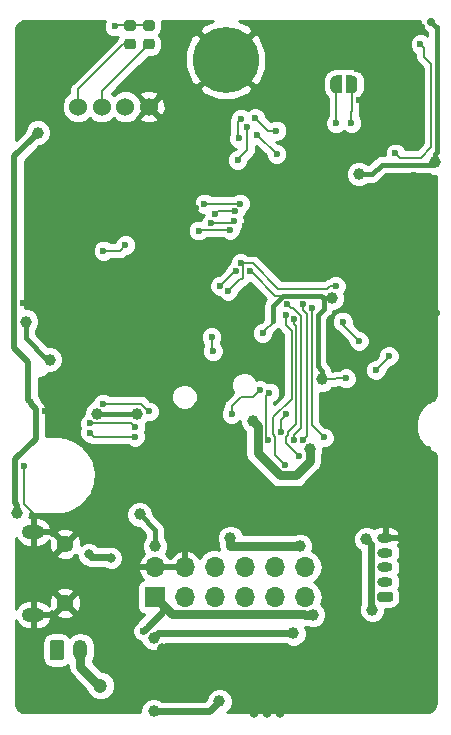
<source format=gbl>
G04 #@! TF.GenerationSoftware,KiCad,Pcbnew,(5.0.1-3-g963ef8bb5)*
G04 #@! TF.CreationDate,2019-11-24T12:04:57+01:00*
G04 #@! TF.ProjectId,oibus-mini-CCC,6F696275732D6D696E692D4343432E6B,rev?*
G04 #@! TF.SameCoordinates,Original*
G04 #@! TF.FileFunction,Copper,L2,Bot,Signal*
G04 #@! TF.FilePolarity,Positive*
%FSLAX46Y46*%
G04 Gerber Fmt 4.6, Leading zero omitted, Abs format (unit mm)*
G04 Created by KiCad (PCBNEW (5.0.1-3-g963ef8bb5)) date 2019 November 24, Sunday 12:04:57*
%MOMM*%
%LPD*%
G01*
G04 APERTURE LIST*
G04 #@! TA.AperFunction,ComponentPad*
%ADD10C,5.600000*%
G04 #@! TD*
G04 #@! TA.AperFunction,ComponentPad*
%ADD11O,1.700000X1.700000*%
G04 #@! TD*
G04 #@! TA.AperFunction,ComponentPad*
%ADD12R,1.700000X1.700000*%
G04 #@! TD*
G04 #@! TA.AperFunction,Conductor*
%ADD13C,0.149860*%
G04 #@! TD*
G04 #@! TA.AperFunction,ComponentPad*
%ADD14C,1.200000*%
G04 #@! TD*
G04 #@! TA.AperFunction,ComponentPad*
%ADD15O,1.200000X1.750000*%
G04 #@! TD*
G04 #@! TA.AperFunction,ComponentPad*
%ADD16C,1.450000*%
G04 #@! TD*
G04 #@! TA.AperFunction,ComponentPad*
%ADD17O,1.900000X1.200000*%
G04 #@! TD*
G04 #@! TA.AperFunction,ComponentPad*
%ADD18C,0.800000*%
G04 #@! TD*
G04 #@! TA.AperFunction,ComponentPad*
%ADD19O,1.300000X0.800000*%
G04 #@! TD*
G04 #@! TA.AperFunction,ComponentPad*
%ADD20C,1.524000*%
G04 #@! TD*
G04 #@! TA.AperFunction,SMDPad,CuDef*
%ADD21C,0.500000*%
G04 #@! TD*
G04 #@! TA.AperFunction,SMDPad,CuDef*
%ADD22C,0.875000*%
G04 #@! TD*
G04 #@! TA.AperFunction,ViaPad*
%ADD23C,0.800000*%
G04 #@! TD*
G04 #@! TA.AperFunction,ViaPad*
%ADD24C,0.600000*%
G04 #@! TD*
G04 #@! TA.AperFunction,ViaPad*
%ADD25C,1.000000*%
G04 #@! TD*
G04 #@! TA.AperFunction,ViaPad*
%ADD26C,0.700000*%
G04 #@! TD*
G04 #@! TA.AperFunction,ViaPad*
%ADD27C,1.200000*%
G04 #@! TD*
G04 #@! TA.AperFunction,Conductor*
%ADD28C,0.600000*%
G04 #@! TD*
G04 #@! TA.AperFunction,Conductor*
%ADD29C,0.200000*%
G04 #@! TD*
G04 #@! TA.AperFunction,Conductor*
%ADD30C,0.800000*%
G04 #@! TD*
G04 #@! TA.AperFunction,Conductor*
%ADD31C,0.400000*%
G04 #@! TD*
G04 #@! TA.AperFunction,Conductor*
%ADD32C,0.500000*%
G04 #@! TD*
G04 #@! TA.AperFunction,Conductor*
%ADD33C,0.254000*%
G04 #@! TD*
G04 APERTURE END LIST*
D10*
G04 #@! TO.P,H1,1*
G04 #@! TO.N,GND*
X18500000Y56000000D03*
G04 #@! TD*
D11*
G04 #@! TO.P,H2,12*
G04 #@! TO.N,/CAN_L*
X25200000Y13040000D03*
G04 #@! TO.P,H2,11*
G04 #@! TO.N,/CAN_H*
X25200000Y10500000D03*
G04 #@! TO.P,H2,10*
G04 #@! TO.N,/~SPI_ADS_CS*
X22660000Y13040000D03*
G04 #@! TO.P,H2,9*
G04 #@! TO.N,/SPI_SCK*
X22660000Y10500000D03*
G04 #@! TO.P,H2,8*
G04 #@! TO.N,/SPI_MISO*
X20120000Y13040000D03*
G04 #@! TO.P,H2,7*
G04 #@! TO.N,/SPI_MOSI*
X20120000Y10500000D03*
G04 #@! TO.P,H2,6*
G04 #@! TO.N,/SCL*
X17580000Y13040000D03*
G04 #@! TO.P,H2,5*
G04 #@! TO.N,/SDA*
X17580000Y10500000D03*
G04 #@! TO.P,H2,4*
G04 #@! TO.N,GND*
X15040000Y13040000D03*
G04 #@! TO.P,H2,3*
G04 #@! TO.N,+3V3*
X15040000Y10500000D03*
G04 #@! TO.P,H2,2*
G04 #@! TO.N,GND*
X12500000Y13040000D03*
D12*
G04 #@! TO.P,H2,1*
G04 #@! TO.N,+5V*
X12500000Y10500000D03*
G04 #@! TD*
D13*
G04 #@! TO.N,+BATT*
G04 #@! TO.C,BT1*
G36*
X4574505Y6873796D02*
X4598773Y6870196D01*
X4622572Y6864235D01*
X4645671Y6855970D01*
X4667850Y6845480D01*
X4688893Y6832868D01*
X4708599Y6818253D01*
X4726777Y6801777D01*
X4743253Y6783599D01*
X4757868Y6763893D01*
X4770480Y6742850D01*
X4780970Y6720671D01*
X4789235Y6697572D01*
X4795196Y6673773D01*
X4798796Y6649505D01*
X4800000Y6625001D01*
X4800000Y5374999D01*
X4798796Y5350495D01*
X4795196Y5326227D01*
X4789235Y5302428D01*
X4780970Y5279329D01*
X4770480Y5257150D01*
X4757868Y5236107D01*
X4743253Y5216401D01*
X4726777Y5198223D01*
X4708599Y5181747D01*
X4688893Y5167132D01*
X4667850Y5154520D01*
X4645671Y5144030D01*
X4622572Y5135765D01*
X4598773Y5129804D01*
X4574505Y5126204D01*
X4550001Y5125000D01*
X3849999Y5125000D01*
X3825495Y5126204D01*
X3801227Y5129804D01*
X3777428Y5135765D01*
X3754329Y5144030D01*
X3732150Y5154520D01*
X3711107Y5167132D01*
X3691401Y5181747D01*
X3673223Y5198223D01*
X3656747Y5216401D01*
X3642132Y5236107D01*
X3629520Y5257150D01*
X3619030Y5279329D01*
X3610765Y5302428D01*
X3604804Y5326227D01*
X3601204Y5350495D01*
X3600000Y5374999D01*
X3600000Y6625001D01*
X3601204Y6649505D01*
X3604804Y6673773D01*
X3610765Y6697572D01*
X3619030Y6720671D01*
X3629520Y6742850D01*
X3642132Y6763893D01*
X3656747Y6783599D01*
X3673223Y6801777D01*
X3691401Y6818253D01*
X3711107Y6832868D01*
X3732150Y6845480D01*
X3754329Y6855970D01*
X3777428Y6864235D01*
X3801227Y6870196D01*
X3825495Y6873796D01*
X3849999Y6875000D01*
X4550001Y6875000D01*
X4574505Y6873796D01*
X4574505Y6873796D01*
G37*
D14*
G04 #@! TD*
G04 #@! TO.P,BT1,1*
G04 #@! TO.N,+BATT*
X4200000Y6000000D03*
D15*
G04 #@! TO.P,BT1,2*
G04 #@! TO.N,Net-(BT1-Pad2)*
X6200000Y6000000D03*
G04 #@! TD*
D16*
G04 #@! TO.P,J2,6*
G04 #@! TO.N,GND*
X4900000Y15000000D03*
X4900000Y10000000D03*
D17*
X2200000Y16000000D03*
X2200000Y9000000D03*
G04 #@! TD*
D13*
G04 #@! TO.N,Net-(J3-Pad1)*
G04 #@! TO.C,J3*
G36*
X32469603Y10899037D02*
X32489018Y10896157D01*
X32508057Y10891388D01*
X32526537Y10884776D01*
X32544279Y10876384D01*
X32561114Y10866294D01*
X32576879Y10854602D01*
X32591421Y10841421D01*
X32604602Y10826879D01*
X32616294Y10811114D01*
X32626384Y10794279D01*
X32634776Y10776537D01*
X32641388Y10758057D01*
X32646157Y10739018D01*
X32649037Y10719603D01*
X32650000Y10700000D01*
X32650000Y10300000D01*
X32649037Y10280397D01*
X32646157Y10260982D01*
X32641388Y10241943D01*
X32634776Y10223463D01*
X32626384Y10205721D01*
X32616294Y10188886D01*
X32604602Y10173121D01*
X32591421Y10158579D01*
X32576879Y10145398D01*
X32561114Y10133706D01*
X32544279Y10123616D01*
X32526537Y10115224D01*
X32508057Y10108612D01*
X32489018Y10103843D01*
X32469603Y10100963D01*
X32450000Y10100000D01*
X31550000Y10100000D01*
X31530397Y10100963D01*
X31510982Y10103843D01*
X31491943Y10108612D01*
X31473463Y10115224D01*
X31455721Y10123616D01*
X31438886Y10133706D01*
X31423121Y10145398D01*
X31408579Y10158579D01*
X31395398Y10173121D01*
X31383706Y10188886D01*
X31373616Y10205721D01*
X31365224Y10223463D01*
X31358612Y10241943D01*
X31353843Y10260982D01*
X31350963Y10280397D01*
X31350000Y10300000D01*
X31350000Y10700000D01*
X31350963Y10719603D01*
X31353843Y10739018D01*
X31358612Y10758057D01*
X31365224Y10776537D01*
X31373616Y10794279D01*
X31383706Y10811114D01*
X31395398Y10826879D01*
X31408579Y10841421D01*
X31423121Y10854602D01*
X31438886Y10866294D01*
X31455721Y10876384D01*
X31473463Y10884776D01*
X31491943Y10891388D01*
X31510982Y10896157D01*
X31530397Y10899037D01*
X31550000Y10900000D01*
X32450000Y10900000D01*
X32469603Y10899037D01*
X32469603Y10899037D01*
G37*
D18*
G04 #@! TD*
G04 #@! TO.P,J3,1*
G04 #@! TO.N,Net-(J3-Pad1)*
X32000000Y10500000D03*
D19*
G04 #@! TO.P,J3,2*
G04 #@! TO.N,+5V*
X32000000Y11750000D03*
G04 #@! TO.P,J3,3*
G04 #@! TO.N,/CAN_H*
X32000000Y13000000D03*
G04 #@! TO.P,J3,4*
G04 #@! TO.N,/CAN_L*
X32000000Y14250000D03*
G04 #@! TO.P,J3,5*
G04 #@! TO.N,GND*
X32000000Y15500000D03*
G04 #@! TD*
D20*
G04 #@! TO.P,J1,1*
G04 #@! TO.N,SPS_RX*
X6000000Y52000000D03*
G04 #@! TO.P,J1,2*
G04 #@! TO.N,/SPS_TX_EXT*
X8000000Y52000000D03*
G04 #@! TO.P,J1,3*
G04 #@! TO.N,+5V*
X10000000Y52000000D03*
G04 #@! TO.P,J1,4*
G04 #@! TO.N,GND*
X12000000Y52000000D03*
G04 #@! TD*
D21*
G04 #@! TO.P,NFC,1*
G04 #@! TO.N,Net-(J4-Pad1)*
X29150000Y53900000D03*
D13*
G04 #@! TD*
G04 #@! TO.N,Net-(J4-Pad1)*
G04 #@! TO.C,NFC*
G36*
X28650000Y54650000D02*
X29150000Y54650000D01*
X29150000Y54649398D01*
X29174534Y54649398D01*
X29223365Y54644588D01*
X29271490Y54635016D01*
X29318445Y54620772D01*
X29363778Y54601995D01*
X29407051Y54578864D01*
X29447850Y54551604D01*
X29485779Y54520476D01*
X29520476Y54485779D01*
X29551604Y54447850D01*
X29578864Y54407051D01*
X29601995Y54363778D01*
X29620772Y54318445D01*
X29635016Y54271490D01*
X29644588Y54223365D01*
X29649398Y54174534D01*
X29649398Y54150000D01*
X29650000Y54150000D01*
X29650000Y53650000D01*
X29649398Y53650000D01*
X29649398Y53625466D01*
X29644588Y53576635D01*
X29635016Y53528510D01*
X29620772Y53481555D01*
X29601995Y53436222D01*
X29578864Y53392949D01*
X29551604Y53352150D01*
X29520476Y53314221D01*
X29485779Y53279524D01*
X29447850Y53248396D01*
X29407051Y53221136D01*
X29363778Y53198005D01*
X29318445Y53179228D01*
X29271490Y53164984D01*
X29223365Y53155412D01*
X29174534Y53150602D01*
X29150000Y53150602D01*
X29150000Y53150000D01*
X28650000Y53150000D01*
X28650000Y54650000D01*
X28650000Y54650000D01*
G37*
D21*
G04 #@! TO.P,NFC,2*
G04 #@! TO.N,Net-(J4-Pad2)*
X27850000Y53900000D03*
D13*
G04 #@! TD*
G04 #@! TO.N,Net-(J4-Pad2)*
G04 #@! TO.C,NFC*
G36*
X27850000Y53150602D02*
X27825466Y53150602D01*
X27776635Y53155412D01*
X27728510Y53164984D01*
X27681555Y53179228D01*
X27636222Y53198005D01*
X27592949Y53221136D01*
X27552150Y53248396D01*
X27514221Y53279524D01*
X27479524Y53314221D01*
X27448396Y53352150D01*
X27421136Y53392949D01*
X27398005Y53436222D01*
X27379228Y53481555D01*
X27364984Y53528510D01*
X27355412Y53576635D01*
X27350602Y53625466D01*
X27350602Y53650000D01*
X27350000Y53650000D01*
X27350000Y54150000D01*
X27350602Y54150000D01*
X27350602Y54174534D01*
X27355412Y54223365D01*
X27364984Y54271490D01*
X27379228Y54318445D01*
X27398005Y54363778D01*
X27421136Y54407051D01*
X27448396Y54447850D01*
X27479524Y54485779D01*
X27514221Y54520476D01*
X27552150Y54551604D01*
X27592949Y54578864D01*
X27636222Y54601995D01*
X27681555Y54620772D01*
X27728510Y54635016D01*
X27776635Y54644588D01*
X27825466Y54649398D01*
X27850000Y54649398D01*
X27850000Y54650000D01*
X28350000Y54650000D01*
X28350000Y53150000D01*
X27850000Y53150000D01*
X27850000Y53150602D01*
X27850000Y53150602D01*
G37*
G04 #@! TO.N,SPS_RX*
G04 #@! TO.C,R24*
G36*
X10677691Y57748947D02*
X10698926Y57745797D01*
X10719750Y57740581D01*
X10739962Y57733349D01*
X10759368Y57724170D01*
X10777781Y57713134D01*
X10795024Y57700346D01*
X10810930Y57685930D01*
X10825346Y57670024D01*
X10838134Y57652781D01*
X10849170Y57634368D01*
X10858349Y57614962D01*
X10865581Y57594750D01*
X10870797Y57573926D01*
X10873947Y57552691D01*
X10875000Y57531250D01*
X10875000Y57093750D01*
X10873947Y57072309D01*
X10870797Y57051074D01*
X10865581Y57030250D01*
X10858349Y57010038D01*
X10849170Y56990632D01*
X10838134Y56972219D01*
X10825346Y56954976D01*
X10810930Y56939070D01*
X10795024Y56924654D01*
X10777781Y56911866D01*
X10759368Y56900830D01*
X10739962Y56891651D01*
X10719750Y56884419D01*
X10698926Y56879203D01*
X10677691Y56876053D01*
X10656250Y56875000D01*
X10143750Y56875000D01*
X10122309Y56876053D01*
X10101074Y56879203D01*
X10080250Y56884419D01*
X10060038Y56891651D01*
X10040632Y56900830D01*
X10022219Y56911866D01*
X10004976Y56924654D01*
X9989070Y56939070D01*
X9974654Y56954976D01*
X9961866Y56972219D01*
X9950830Y56990632D01*
X9941651Y57010038D01*
X9934419Y57030250D01*
X9929203Y57051074D01*
X9926053Y57072309D01*
X9925000Y57093750D01*
X9925000Y57531250D01*
X9926053Y57552691D01*
X9929203Y57573926D01*
X9934419Y57594750D01*
X9941651Y57614962D01*
X9950830Y57634368D01*
X9961866Y57652781D01*
X9974654Y57670024D01*
X9989070Y57685930D01*
X10004976Y57700346D01*
X10022219Y57713134D01*
X10040632Y57724170D01*
X10060038Y57733349D01*
X10080250Y57740581D01*
X10101074Y57745797D01*
X10122309Y57748947D01*
X10143750Y57750000D01*
X10656250Y57750000D01*
X10677691Y57748947D01*
X10677691Y57748947D01*
G37*
D22*
G04 #@! TD*
G04 #@! TO.P,R24,2*
G04 #@! TO.N,SPS_RX*
X10400000Y57312500D03*
D13*
G04 #@! TO.N,+3V3*
G04 #@! TO.C,R24*
G36*
X10677691Y59323947D02*
X10698926Y59320797D01*
X10719750Y59315581D01*
X10739962Y59308349D01*
X10759368Y59299170D01*
X10777781Y59288134D01*
X10795024Y59275346D01*
X10810930Y59260930D01*
X10825346Y59245024D01*
X10838134Y59227781D01*
X10849170Y59209368D01*
X10858349Y59189962D01*
X10865581Y59169750D01*
X10870797Y59148926D01*
X10873947Y59127691D01*
X10875000Y59106250D01*
X10875000Y58668750D01*
X10873947Y58647309D01*
X10870797Y58626074D01*
X10865581Y58605250D01*
X10858349Y58585038D01*
X10849170Y58565632D01*
X10838134Y58547219D01*
X10825346Y58529976D01*
X10810930Y58514070D01*
X10795024Y58499654D01*
X10777781Y58486866D01*
X10759368Y58475830D01*
X10739962Y58466651D01*
X10719750Y58459419D01*
X10698926Y58454203D01*
X10677691Y58451053D01*
X10656250Y58450000D01*
X10143750Y58450000D01*
X10122309Y58451053D01*
X10101074Y58454203D01*
X10080250Y58459419D01*
X10060038Y58466651D01*
X10040632Y58475830D01*
X10022219Y58486866D01*
X10004976Y58499654D01*
X9989070Y58514070D01*
X9974654Y58529976D01*
X9961866Y58547219D01*
X9950830Y58565632D01*
X9941651Y58585038D01*
X9934419Y58605250D01*
X9929203Y58626074D01*
X9926053Y58647309D01*
X9925000Y58668750D01*
X9925000Y59106250D01*
X9926053Y59127691D01*
X9929203Y59148926D01*
X9934419Y59169750D01*
X9941651Y59189962D01*
X9950830Y59209368D01*
X9961866Y59227781D01*
X9974654Y59245024D01*
X9989070Y59260930D01*
X10004976Y59275346D01*
X10022219Y59288134D01*
X10040632Y59299170D01*
X10060038Y59308349D01*
X10080250Y59315581D01*
X10101074Y59320797D01*
X10122309Y59323947D01*
X10143750Y59325000D01*
X10656250Y59325000D01*
X10677691Y59323947D01*
X10677691Y59323947D01*
G37*
D22*
G04 #@! TD*
G04 #@! TO.P,R24,1*
G04 #@! TO.N,+3V3*
X10400000Y58887500D03*
D13*
G04 #@! TO.N,+3V3*
G04 #@! TO.C,R25*
G36*
X12277691Y59323947D02*
X12298926Y59320797D01*
X12319750Y59315581D01*
X12339962Y59308349D01*
X12359368Y59299170D01*
X12377781Y59288134D01*
X12395024Y59275346D01*
X12410930Y59260930D01*
X12425346Y59245024D01*
X12438134Y59227781D01*
X12449170Y59209368D01*
X12458349Y59189962D01*
X12465581Y59169750D01*
X12470797Y59148926D01*
X12473947Y59127691D01*
X12475000Y59106250D01*
X12475000Y58668750D01*
X12473947Y58647309D01*
X12470797Y58626074D01*
X12465581Y58605250D01*
X12458349Y58585038D01*
X12449170Y58565632D01*
X12438134Y58547219D01*
X12425346Y58529976D01*
X12410930Y58514070D01*
X12395024Y58499654D01*
X12377781Y58486866D01*
X12359368Y58475830D01*
X12339962Y58466651D01*
X12319750Y58459419D01*
X12298926Y58454203D01*
X12277691Y58451053D01*
X12256250Y58450000D01*
X11743750Y58450000D01*
X11722309Y58451053D01*
X11701074Y58454203D01*
X11680250Y58459419D01*
X11660038Y58466651D01*
X11640632Y58475830D01*
X11622219Y58486866D01*
X11604976Y58499654D01*
X11589070Y58514070D01*
X11574654Y58529976D01*
X11561866Y58547219D01*
X11550830Y58565632D01*
X11541651Y58585038D01*
X11534419Y58605250D01*
X11529203Y58626074D01*
X11526053Y58647309D01*
X11525000Y58668750D01*
X11525000Y59106250D01*
X11526053Y59127691D01*
X11529203Y59148926D01*
X11534419Y59169750D01*
X11541651Y59189962D01*
X11550830Y59209368D01*
X11561866Y59227781D01*
X11574654Y59245024D01*
X11589070Y59260930D01*
X11604976Y59275346D01*
X11622219Y59288134D01*
X11640632Y59299170D01*
X11660038Y59308349D01*
X11680250Y59315581D01*
X11701074Y59320797D01*
X11722309Y59323947D01*
X11743750Y59325000D01*
X12256250Y59325000D01*
X12277691Y59323947D01*
X12277691Y59323947D01*
G37*
D22*
G04 #@! TD*
G04 #@! TO.P,R25,1*
G04 #@! TO.N,+3V3*
X12000000Y58887500D03*
D13*
G04 #@! TO.N,/SPS_TX_EXT*
G04 #@! TO.C,R25*
G36*
X12277691Y57748947D02*
X12298926Y57745797D01*
X12319750Y57740581D01*
X12339962Y57733349D01*
X12359368Y57724170D01*
X12377781Y57713134D01*
X12395024Y57700346D01*
X12410930Y57685930D01*
X12425346Y57670024D01*
X12438134Y57652781D01*
X12449170Y57634368D01*
X12458349Y57614962D01*
X12465581Y57594750D01*
X12470797Y57573926D01*
X12473947Y57552691D01*
X12475000Y57531250D01*
X12475000Y57093750D01*
X12473947Y57072309D01*
X12470797Y57051074D01*
X12465581Y57030250D01*
X12458349Y57010038D01*
X12449170Y56990632D01*
X12438134Y56972219D01*
X12425346Y56954976D01*
X12410930Y56939070D01*
X12395024Y56924654D01*
X12377781Y56911866D01*
X12359368Y56900830D01*
X12339962Y56891651D01*
X12319750Y56884419D01*
X12298926Y56879203D01*
X12277691Y56876053D01*
X12256250Y56875000D01*
X11743750Y56875000D01*
X11722309Y56876053D01*
X11701074Y56879203D01*
X11680250Y56884419D01*
X11660038Y56891651D01*
X11640632Y56900830D01*
X11622219Y56911866D01*
X11604976Y56924654D01*
X11589070Y56939070D01*
X11574654Y56954976D01*
X11561866Y56972219D01*
X11550830Y56990632D01*
X11541651Y57010038D01*
X11534419Y57030250D01*
X11529203Y57051074D01*
X11526053Y57072309D01*
X11525000Y57093750D01*
X11525000Y57531250D01*
X11526053Y57552691D01*
X11529203Y57573926D01*
X11534419Y57594750D01*
X11541651Y57614962D01*
X11550830Y57634368D01*
X11561866Y57652781D01*
X11574654Y57670024D01*
X11589070Y57685930D01*
X11604976Y57700346D01*
X11622219Y57713134D01*
X11640632Y57724170D01*
X11660038Y57733349D01*
X11680250Y57740581D01*
X11701074Y57745797D01*
X11722309Y57748947D01*
X11743750Y57750000D01*
X12256250Y57750000D01*
X12277691Y57748947D01*
X12277691Y57748947D01*
G37*
D22*
G04 #@! TD*
G04 #@! TO.P,R25,2*
G04 #@! TO.N,/SPS_TX_EXT*
X12000000Y57312500D03*
D23*
G04 #@! TO.N,VBUS*
X6899989Y14100000D03*
X8800000Y13800000D03*
D24*
G04 #@! TO.N,GND*
X28900000Y26000000D03*
D23*
X28900000Y16200000D03*
X27900000Y24400000D03*
X28600000Y22300000D03*
X35300000Y4900000D03*
X35300000Y1600000D03*
X20100000Y5000000D03*
D24*
X33300000Y36200000D03*
X35200000Y42700000D03*
X34400000Y46200000D03*
X35100000Y58792003D03*
X30900000Y50100000D03*
X25200000Y50200000D03*
X26300000Y52800000D03*
X26300000Y55200000D03*
X29600000Y55200000D03*
X18500000Y33000000D03*
X34000000Y18500000D03*
X35600000Y23000000D03*
X31699979Y26400000D03*
X3100000Y44500000D03*
X23774265Y42274265D03*
X20100743Y41899195D03*
X13000000Y34500000D03*
X16200000Y37100000D03*
X2800000Y36900000D03*
X4400000Y32300000D03*
X17100000Y14600000D03*
X6241677Y11073899D03*
X36400000Y34500000D03*
X29736397Y29400000D03*
X27100000Y13400000D03*
X15983313Y43444503D03*
X29750000Y52600000D03*
D25*
X28700000Y7600000D03*
D23*
X19500000Y3000000D03*
X20100000Y1600000D03*
X20900000Y692039D03*
X22000000Y692039D03*
X23100000Y692013D03*
X20600008Y3000000D03*
D24*
X1700000Y56300000D03*
X12799998Y48800000D03*
X5800000Y48999990D03*
X14300000Y49300000D03*
X4050148Y48928182D03*
D23*
X13100000Y6200000D03*
D24*
X35750000Y27450000D03*
X1393413Y21593399D03*
X15600000Y30400000D03*
X28600000Y37600000D03*
X13200000Y23599979D03*
D23*
X15800000Y23399960D03*
D24*
X4800000Y28000000D03*
X3200000Y26200000D03*
X1350000Y35400000D03*
X17600000Y25950000D03*
X33353815Y55823499D03*
D25*
G04 #@! TO.N,+3V3*
X36200000Y47300000D03*
X25639663Y22999179D03*
X20800000Y25400000D03*
X29774954Y46296834D03*
D26*
X35907159Y59217791D03*
D24*
X28700000Y29000000D03*
X32300000Y30900006D03*
X31198876Y29698876D03*
D25*
X12500000Y14800000D03*
X11220221Y17479779D03*
D24*
X9100000Y58799998D03*
X21617878Y32850022D03*
D25*
X1600000Y33799992D03*
X3600000Y30600002D03*
X7600000Y26000015D03*
X26671684Y28928316D03*
X27489619Y35800021D03*
X11000000Y26000000D03*
D24*
X20557134Y38100012D03*
G04 #@! TO.N,/CAN_SILENT*
X29769481Y32168397D03*
X28400000Y33800000D03*
G04 #@! TO.N,/CAN_SHDN*
X26800000Y24000000D03*
X25784425Y34926563D03*
D25*
G04 #@! TO.N,+5V*
X25900000Y9000000D03*
D24*
X11500002Y7600000D03*
D25*
X2600000Y49800000D03*
X800000Y17600000D03*
D24*
G04 #@! TO.N,/SDA*
X7000000Y24400000D03*
X10817543Y24067697D03*
G04 #@! TO.N,/SCL*
X23162263Y24497461D03*
X23612131Y25963587D03*
X7000000Y25200000D03*
X10856706Y24866741D03*
G04 #@! TO.N,/~RESET*
X20324272Y50324272D03*
X19499994Y47500000D03*
X16207413Y41522125D03*
X18875334Y41574905D03*
X27800000Y36799988D03*
X8127713Y26872287D03*
X12000000Y26200000D03*
X19759265Y38748714D03*
X18707755Y36394631D03*
G04 #@! TO.N,/SWDCLK*
X21400000Y28000000D03*
X19000000Y26000000D03*
G04 #@! TO.N,/SWDIO*
X17300000Y32500000D03*
X17400000Y31300000D03*
D25*
G04 #@! TO.N,+BATT*
X24228432Y7428432D03*
X12407019Y7054285D03*
G04 #@! TO.N,/VIN*
X18900000Y15500000D03*
X24800000Y14800000D03*
X30400000Y15400000D03*
X30900000Y9400000D03*
D27*
G04 #@! TO.N,Net-(BT1-Pad2)*
X7887482Y3000000D03*
D24*
G04 #@! TO.N,GPS_RX*
X19256234Y43134350D03*
X17631812Y42895267D03*
G04 #@! TO.N,GPS_TX*
X19221010Y42328119D03*
X17283800Y42174915D03*
G04 #@! TO.N,/~SPI_ADS_CS*
X25068703Y23820160D03*
X25023385Y35284350D03*
G04 #@! TO.N,/SPI_SCK*
X24700000Y22400000D03*
X24305747Y34023251D03*
G04 #@! TO.N,/SPI_MISO*
X23700000Y35300000D03*
X24247139Y23767105D03*
G04 #@! TO.N,/SPI_MOSI*
X23499990Y21700000D03*
X23600000Y34400000D03*
G04 #@! TO.N,Net-(J4-Pad1)*
X29136566Y50627463D03*
G04 #@! TO.N,Net-(J4-Pad2)*
X27850002Y50599998D03*
D25*
G04 #@! TO.N,Net-(Q2-Pad3)*
X12400000Y800000D03*
X17973200Y1665066D03*
D24*
G04 #@! TO.N,/BLUE*
X34988283Y57289530D03*
X32874522Y48044565D03*
G04 #@! TO.N,/GPS_TIME*
X10000000Y40300000D03*
X19700000Y43800000D03*
X16700000Y43800000D03*
X8150000Y39810000D03*
G04 #@! TO.N,NINA_DSR*
X19800010Y51000000D03*
X19624272Y49324272D03*
G04 #@! TO.N,NINA_RTS*
X21000022Y51061337D03*
X22783112Y49976480D03*
G04 #@! TO.N,NINA_CTS*
X21167963Y49634282D03*
X22800067Y48000000D03*
G04 #@! TO.N,/5V_EN*
X22200000Y27800000D03*
X22100010Y23785495D03*
G04 #@! TO.N,/on_off*
X18050000Y36850000D03*
X19357122Y38057122D03*
G04 #@! TD*
D28*
G04 #@! TO.N,VBUS*
X7099989Y13900000D02*
X6899989Y14100000D01*
X8700000Y13900000D02*
X7099989Y13900000D01*
D29*
G04 #@! TO.N,GND*
X1393413Y21593399D02*
X1393413Y18406587D01*
X2200000Y17600000D02*
X2200000Y16000000D01*
X1393413Y18406587D02*
X2200000Y17600000D01*
D30*
G04 #@! TO.N,+3V3*
X25639663Y22999179D02*
X25639663Y22007661D01*
X24432001Y20799999D02*
X23067989Y20799999D01*
X23067989Y20799999D02*
X21200000Y22667988D01*
X25639663Y22007661D02*
X24432001Y20799999D01*
X21200000Y25000000D02*
X20800000Y25400000D01*
X21200000Y22667988D02*
X21200000Y25000000D01*
D31*
X22500000Y33845094D02*
X22500000Y35136002D01*
X22500000Y35136002D02*
X23363998Y36000000D01*
X36200000Y47300000D02*
X36200000Y48007106D01*
X36257158Y58867792D02*
X35907159Y59217791D01*
X36200000Y48007106D02*
X36400000Y48207106D01*
X36400000Y48207106D02*
X36400000Y58724950D01*
X36400000Y58724950D02*
X36257158Y58867792D01*
D29*
X28700000Y29000000D02*
X27831767Y29000000D01*
X32300000Y30800000D02*
X32300000Y30900006D01*
X31198876Y29698876D02*
X32300000Y30800000D01*
D31*
X12500000Y16200000D02*
X11220221Y17479779D01*
X12500000Y14800000D02*
X12500000Y16200000D01*
X30482060Y46296834D02*
X29774954Y46296834D01*
X30896834Y46296834D02*
X30482060Y46296834D01*
X31700000Y47100000D02*
X30896834Y46296834D01*
X36000000Y47100000D02*
X31700000Y47100000D01*
X36200000Y47300000D02*
X36000000Y47100000D01*
D29*
X12000000Y58887500D02*
X10400000Y58887500D01*
X10400000Y58887500D02*
X9187502Y58887500D01*
X9187502Y58887500D02*
X9100000Y58799998D01*
X22412950Y33645094D02*
X21917877Y33150021D01*
X21917877Y33150021D02*
X21617878Y32850022D01*
D31*
X26582503Y36000000D02*
X26782513Y35799990D01*
X23363998Y36000000D02*
X26582503Y36000000D01*
X3399998Y30600002D02*
X3600000Y30600002D01*
X1600000Y32400000D02*
X3399998Y30600002D01*
X1600000Y33799992D02*
X1600000Y32400000D01*
X26671684Y29635422D02*
X26284435Y30022671D01*
X26671684Y28928316D02*
X26671684Y29635422D01*
X26782513Y34888649D02*
X26782513Y35799990D01*
X26284435Y34390571D02*
X26782513Y34888649D01*
X26284435Y30022671D02*
X26284435Y34390571D01*
X26782513Y35799990D02*
X27489588Y35799990D01*
X27489588Y35799990D02*
X27489619Y35800021D01*
D29*
X27760083Y28928316D02*
X26671684Y28928316D01*
X27831767Y29000000D02*
X27760083Y28928316D01*
D31*
X7600000Y26000015D02*
X10999985Y26000015D01*
X10999985Y26000015D02*
X11000000Y26000000D01*
D29*
X20857133Y37800013D02*
X20557134Y38100012D01*
X23363998Y36000000D02*
X22657146Y36000000D01*
X22657146Y36000000D02*
X20857133Y37800013D01*
G04 #@! TO.N,/CAN_SILENT*
X28400000Y33537878D02*
X28400000Y33800000D01*
X29769481Y32168397D02*
X28400000Y33537878D01*
G04 #@! TO.N,/CAN_SHDN*
X25784425Y25015575D02*
X25784425Y34502299D01*
X25784425Y34502299D02*
X25784425Y34926563D01*
X26800000Y24000000D02*
X25784425Y25015575D01*
D30*
G04 #@! TO.N,+5V*
X25192894Y9000000D02*
X25900000Y9000000D01*
X13200000Y9800000D02*
X13950001Y9049999D01*
X13950001Y9049999D02*
X25142895Y9049999D01*
X25142895Y9049999D02*
X25192894Y9000000D01*
X12500000Y10500000D02*
X13200000Y9800000D01*
D28*
X13200000Y9800000D02*
X13200000Y9299998D01*
X11800001Y7899999D02*
X11500002Y7600000D01*
X13200000Y9299998D02*
X11800001Y7899999D01*
D32*
X600000Y47800000D02*
X2100001Y49300001D01*
X643412Y22153414D02*
X2400000Y23910002D01*
X2400000Y23910002D02*
X2400000Y26400000D01*
X1800000Y27200000D02*
X1800000Y30400000D01*
X1800000Y30400000D02*
X600000Y31600000D01*
X600000Y31600000D02*
X600000Y47800000D01*
X2100001Y49300001D02*
X2600000Y49800000D01*
X2000000Y27000000D02*
X1800000Y27200000D01*
X2000000Y26800000D02*
X2000000Y27000000D01*
X2400000Y26400000D02*
X2000000Y26800000D01*
X643412Y18463694D02*
X643412Y22153414D01*
X800000Y18307106D02*
X643412Y18463694D01*
X800000Y17600000D02*
X800000Y18307106D01*
D29*
G04 #@! TO.N,/SDA*
X7000000Y24400000D02*
X7332303Y24067697D01*
X7332303Y24067697D02*
X10393279Y24067697D01*
X10393279Y24067697D02*
X10817543Y24067697D01*
G04 #@! TO.N,/SCL*
X23162263Y25513719D02*
X23312132Y25663588D01*
X23162263Y24497461D02*
X23162263Y25513719D01*
X23312132Y25663588D02*
X23612131Y25963587D01*
X7000000Y25200000D02*
X10523447Y25200000D01*
X10523447Y25200000D02*
X10556707Y25166740D01*
X10556707Y25166740D02*
X10856706Y24866741D01*
G04 #@! TO.N,/~RESET*
X19799993Y47799999D02*
X19499994Y47500000D01*
X20324272Y50324272D02*
X20324272Y48324278D01*
X20324272Y48324278D02*
X19799993Y47799999D01*
X18875334Y41574905D02*
X16260193Y41574905D01*
X16260193Y41574905D02*
X16207413Y41522125D01*
X11700001Y26499999D02*
X12000000Y26200000D01*
X11327713Y26872287D02*
X11700001Y26499999D01*
X8127713Y26872287D02*
X11327713Y26872287D01*
X20183529Y38748714D02*
X19759265Y38748714D01*
X22949767Y36600000D02*
X20801053Y38748714D01*
X19851126Y37401126D02*
X19957124Y37507124D01*
X27305582Y36799988D02*
X27105594Y36600000D01*
X19957124Y37507124D02*
X19957124Y38550855D01*
X20801053Y38748714D02*
X20183529Y38748714D01*
X27105594Y36600000D02*
X22949767Y36600000D01*
X27800000Y36799988D02*
X27305582Y36799988D01*
X19957124Y38550855D02*
X19759265Y38748714D01*
X19714250Y37401126D02*
X18707755Y36394631D01*
X19851126Y37401126D02*
X19714250Y37401126D01*
G04 #@! TO.N,/SWDCLK*
X19000000Y26424264D02*
X19000000Y26000000D01*
X19000000Y26624264D02*
X19000000Y26424264D01*
X19775736Y27400000D02*
X19000000Y26624264D01*
X20800000Y27400000D02*
X19775736Y27400000D01*
X21400000Y28000000D02*
X20800000Y27400000D01*
G04 #@! TO.N,/SWDIO*
X17300000Y31400000D02*
X17400000Y31300000D01*
X17300000Y32500000D02*
X17300000Y31400000D01*
D28*
G04 #@! TO.N,+BATT*
X12781166Y7428432D02*
X12407019Y7054285D01*
X24228432Y7428432D02*
X12781166Y7428432D01*
D30*
G04 #@! TO.N,/VIN*
X18900000Y15500000D02*
X18900000Y14792894D01*
X20513108Y14792894D02*
X20520214Y14800000D01*
X18900000Y14792894D02*
X20513108Y14792894D01*
X20520214Y14800000D02*
X24800000Y14800000D01*
D28*
X30800000Y15000000D02*
X30800000Y10950000D01*
X30400000Y15400000D02*
X30800000Y15000000D01*
X30800000Y9500000D02*
X30900000Y9400000D01*
X30800000Y10950000D02*
X30800000Y9500000D01*
D30*
G04 #@! TO.N,Net-(BT1-Pad2)*
X7800000Y3000000D02*
X7887482Y3000000D01*
X6200000Y4600000D02*
X7800000Y3000000D01*
X6200000Y6000000D02*
X6200000Y4600000D01*
D29*
G04 #@! TO.N,GPS_RX*
X17870895Y43134350D02*
X17631812Y42895267D01*
X19256234Y43134350D02*
X17870895Y43134350D01*
G04 #@! TO.N,GPS_TX*
X17283800Y42174915D02*
X19067806Y42174915D01*
X19067806Y42174915D02*
X19221010Y42328119D01*
G04 #@! TO.N,/~SPI_ADS_CS*
X25368702Y24120159D02*
X25368702Y34448583D01*
X25068703Y23820160D02*
X25368702Y24120159D01*
X25368702Y34448583D02*
X25023385Y34793900D01*
X25023385Y34793900D02*
X25023385Y34860086D01*
X25023385Y34860086D02*
X25023385Y35284350D01*
G04 #@! TO.N,/SPI_SCK*
X23762265Y24209459D02*
X23762265Y24462265D01*
X24479595Y33425139D02*
X24305747Y33598987D01*
X24700000Y22400000D02*
X23597953Y23502047D01*
X23597953Y23502047D02*
X23597953Y24045147D01*
X23597953Y24045147D02*
X23762265Y24209459D01*
X23762265Y24462265D02*
X24479595Y25179595D01*
X24479595Y25179595D02*
X24479595Y33425139D01*
X24305747Y33598987D02*
X24305747Y34023251D01*
G04 #@! TO.N,/SPI_MISO*
X23700000Y35300000D02*
X23999999Y35000001D01*
X24905749Y34311253D02*
X24905749Y33735249D01*
X24217001Y35000001D02*
X24905749Y34311253D01*
X24899978Y24844208D02*
X24247139Y24191369D01*
X23999999Y35000001D02*
X24217001Y35000001D01*
X24247139Y24191369D02*
X24247139Y23767105D01*
X24899978Y33729478D02*
X24899978Y24844208D01*
X24905749Y33735249D02*
X24899978Y33729478D01*
G04 #@! TO.N,/SPI_MOSI*
X24079584Y33054093D02*
X23600000Y33533677D01*
X23499990Y21700000D02*
X22700011Y22499979D01*
X22700011Y24073496D02*
X22500000Y24273507D01*
X22500000Y24273507D02*
X22500000Y25700000D01*
X23600000Y33975736D02*
X23600000Y34400000D01*
X22700011Y22499979D02*
X22700011Y24073496D01*
X22500000Y25700000D02*
X24079584Y27279584D01*
X23600000Y33533677D02*
X23600000Y33975736D01*
X24079584Y27279584D02*
X24079584Y33054093D01*
G04 #@! TO.N,Net-(J4-Pad1)*
X29136566Y50627463D02*
X29136566Y51586566D01*
X29150000Y51600000D02*
X29150000Y53900000D01*
X29136566Y51586566D02*
X29150000Y51600000D01*
G04 #@! TO.N,Net-(J4-Pad2)*
X27850002Y50599998D02*
X27850002Y51599998D01*
X27850000Y51600000D02*
X27850000Y53900000D01*
X27850002Y51599998D02*
X27850000Y51600000D01*
D28*
G04 #@! TO.N,Net-(Q2-Pad3)*
X12400000Y800000D02*
X17108134Y800000D01*
X17473201Y1165067D02*
X17973200Y1665066D01*
X17108134Y800000D02*
X17473201Y1165067D01*
D29*
G04 #@! TO.N,/BLUE*
X35000000Y47700000D02*
X33219087Y47700000D01*
X35288282Y56211718D02*
X35900000Y55600000D01*
X35900000Y48600000D02*
X35000000Y47700000D01*
X33219087Y47700000D02*
X32874522Y48044565D01*
X35288282Y56989531D02*
X35288282Y56211718D01*
X35900000Y55600000D02*
X35900000Y48600000D01*
X34988283Y57289530D02*
X35288282Y56989531D01*
G04 #@! TO.N,/GPS_TIME*
X19700000Y43800000D02*
X16700000Y43800000D01*
X8574264Y39810000D02*
X8150000Y39810000D01*
X10000000Y40300000D02*
X9510000Y39810000D01*
X9510000Y39810000D02*
X8574264Y39810000D01*
G04 #@! TO.N,NINA_DSR*
X19800010Y51000000D02*
X19500011Y50700001D01*
X19500011Y49448533D02*
X19624272Y49324272D01*
X19500011Y50700001D02*
X19500011Y49448533D01*
G04 #@! TO.N,NINA_RTS*
X21000022Y51061337D02*
X22084879Y49976480D01*
X22084879Y49976480D02*
X22358848Y49976480D01*
X22358848Y49976480D02*
X22783112Y49976480D01*
G04 #@! TO.N,NINA_CTS*
X21167963Y49634282D02*
X22800067Y48002178D01*
X22800067Y48002178D02*
X22800067Y48000000D01*
G04 #@! TO.N,/5V_EN*
X22200000Y27800000D02*
X21900001Y27500001D01*
X21900001Y23985504D02*
X22100010Y23785495D01*
X21900001Y27500001D02*
X21900001Y23985504D01*
G04 #@! TO.N,SPS_RX*
X6000000Y53077630D02*
X6000000Y52000000D01*
X6000000Y53487500D02*
X6000000Y53077630D01*
X9825000Y57312500D02*
X6000000Y53487500D01*
X10400000Y57312500D02*
X9825000Y57312500D01*
G04 #@! TO.N,/SPS_TX_EXT*
X12012500Y57312500D02*
X12400000Y57312500D01*
X8000000Y53300000D02*
X12012500Y57312500D01*
X8000000Y52000000D02*
X8000000Y53300000D01*
G04 #@! TO.N,/on_off*
X18050000Y36850000D02*
X19257122Y38057122D01*
X19257122Y38057122D02*
X19357122Y38057122D01*
G04 #@! TD*
D33*
G04 #@! TO.N,GND*
G36*
X8173000Y58984390D02*
X8173000Y58615606D01*
X8314127Y58274895D01*
X8574897Y58014125D01*
X8915608Y57872998D01*
X9284392Y57872998D01*
X9388906Y57916289D01*
X9363770Y57878670D01*
X9300863Y57836637D01*
X9260306Y57775939D01*
X5536562Y54052194D01*
X5475863Y54011636D01*
X5315182Y53771160D01*
X5273000Y53559098D01*
X5273000Y53559095D01*
X5258759Y53487500D01*
X5273000Y53415905D01*
X5273000Y53202309D01*
X5213195Y53177537D01*
X4822463Y52786805D01*
X4611000Y52276289D01*
X4611000Y51723711D01*
X4822463Y51213195D01*
X5213195Y50822463D01*
X5723711Y50611000D01*
X6276289Y50611000D01*
X6786805Y50822463D01*
X7000000Y51035658D01*
X7213195Y50822463D01*
X7723711Y50611000D01*
X8276289Y50611000D01*
X8786805Y50822463D01*
X9000000Y51035658D01*
X9213195Y50822463D01*
X9723711Y50611000D01*
X10276289Y50611000D01*
X10786805Y50822463D01*
X10984129Y51019787D01*
X11199392Y51019787D01*
X11268857Y50777603D01*
X11792302Y50590856D01*
X12347368Y50618638D01*
X12731143Y50777603D01*
X12800608Y51019787D01*
X12000000Y51820395D01*
X11199392Y51019787D01*
X10984129Y51019787D01*
X11177537Y51213195D01*
X11279323Y51458928D01*
X11820395Y52000000D01*
X12179605Y52000000D01*
X12980213Y51199392D01*
X13222397Y51268857D01*
X13409144Y51792302D01*
X13381362Y52347368D01*
X13222397Y52731143D01*
X12980213Y52800608D01*
X12179605Y52000000D01*
X11820395Y52000000D01*
X11279323Y52541072D01*
X11177537Y52786805D01*
X10984129Y52980213D01*
X11199392Y52980213D01*
X12000000Y52179605D01*
X12800608Y52980213D01*
X12731143Y53222397D01*
X12207698Y53409144D01*
X11652632Y53381362D01*
X11268857Y53222397D01*
X11199392Y52980213D01*
X10984129Y52980213D01*
X10786805Y53177537D01*
X10276289Y53389000D01*
X9723711Y53389000D01*
X9213195Y53177537D01*
X9000000Y52964342D01*
X8846237Y53118105D01*
X9275792Y53547660D01*
X16227265Y53547660D01*
X16545501Y53093797D01*
X17806434Y52567064D01*
X19172956Y52562965D01*
X20437027Y53082122D01*
X20454499Y53093797D01*
X20772735Y53547660D01*
X18500000Y55820395D01*
X16227265Y53547660D01*
X9275792Y53547660D01*
X11055176Y55327044D01*
X15062965Y55327044D01*
X15582122Y54062973D01*
X15593797Y54045501D01*
X16047660Y53727265D01*
X18320395Y56000000D01*
X18679605Y56000000D01*
X20952340Y53727265D01*
X21406203Y54045501D01*
X21449855Y54150000D01*
X26710716Y54150000D01*
X26710716Y53650000D01*
X26713124Y53637894D01*
X26713124Y53600991D01*
X26725408Y53476273D01*
X26744530Y53380140D01*
X26780907Y53260218D01*
X26818416Y53169662D01*
X26877494Y53059134D01*
X26931950Y52977635D01*
X27011453Y52880761D01*
X27080761Y52811453D01*
X27123001Y52776788D01*
X27123000Y51671597D01*
X27108759Y51600000D01*
X27123000Y51528405D01*
X27123000Y51528402D01*
X27123003Y51528388D01*
X27123003Y51183975D01*
X27064129Y51125101D01*
X26923002Y50784390D01*
X26923002Y50415606D01*
X27064129Y50074895D01*
X27324899Y49814125D01*
X27665610Y49672998D01*
X28034394Y49672998D01*
X28375105Y49814125D01*
X28507017Y49946037D01*
X28611463Y49841590D01*
X28952174Y49700463D01*
X29320958Y49700463D01*
X29661669Y49841590D01*
X29922439Y50102360D01*
X30063566Y50443071D01*
X30063566Y50811855D01*
X29922439Y51152566D01*
X29863566Y51211439D01*
X29863566Y51460864D01*
X29877000Y51528401D01*
X29877000Y51528405D01*
X29891241Y51600000D01*
X29877000Y51671597D01*
X29877000Y52776788D01*
X29919239Y52811453D01*
X29988547Y52880761D01*
X30068050Y52977635D01*
X30122506Y53059134D01*
X30181584Y53169662D01*
X30219093Y53260218D01*
X30255470Y53380140D01*
X30274592Y53476273D01*
X30286876Y53600991D01*
X30286876Y53637894D01*
X30289284Y53650000D01*
X30289284Y54150000D01*
X30286876Y54162106D01*
X30286876Y54199009D01*
X30274592Y54323727D01*
X30255470Y54419860D01*
X30219093Y54539782D01*
X30181584Y54630338D01*
X30122506Y54740866D01*
X30068050Y54822365D01*
X29988547Y54919239D01*
X29919239Y54988547D01*
X29822365Y55068050D01*
X29740866Y55122506D01*
X29630338Y55181584D01*
X29539782Y55219093D01*
X29419860Y55255470D01*
X29323727Y55274592D01*
X29199009Y55286876D01*
X29162106Y55286876D01*
X29150000Y55289284D01*
X28650000Y55289284D01*
X28500000Y55259447D01*
X28350000Y55289284D01*
X27850000Y55289284D01*
X27837894Y55286876D01*
X27800991Y55286876D01*
X27676273Y55274592D01*
X27580140Y55255470D01*
X27460218Y55219093D01*
X27369662Y55181584D01*
X27259134Y55122506D01*
X27177635Y55068050D01*
X27080761Y54988547D01*
X27011453Y54919239D01*
X26931950Y54822365D01*
X26877494Y54740866D01*
X26818416Y54630338D01*
X26780907Y54539782D01*
X26744530Y54419860D01*
X26725408Y54323727D01*
X26713124Y54199009D01*
X26713124Y54162106D01*
X26710716Y54150000D01*
X21449855Y54150000D01*
X21932936Y55306434D01*
X21937035Y56672956D01*
X21417878Y57937027D01*
X21406203Y57954499D01*
X20952340Y58272735D01*
X18679605Y56000000D01*
X18320395Y56000000D01*
X16047660Y58272735D01*
X15593797Y57954499D01*
X15067064Y56693566D01*
X15062965Y55327044D01*
X11055176Y55327044D01*
X11963850Y56235717D01*
X12256250Y56235717D01*
X12584605Y56301031D01*
X12862971Y56487029D01*
X13048969Y56765395D01*
X13114283Y57093750D01*
X13114283Y57176969D01*
X13141242Y57312500D01*
X13114283Y57448031D01*
X13114283Y57531250D01*
X13048969Y57859605D01*
X12888342Y58100000D01*
X13048969Y58340395D01*
X13114283Y58668750D01*
X13114283Y59106250D01*
X13082703Y59265013D01*
X17408196Y59265013D01*
X16562973Y58917878D01*
X16545501Y58906203D01*
X16227265Y58452340D01*
X18500000Y56179605D01*
X20772735Y58452340D01*
X20454499Y58906203D01*
X19595553Y59265013D01*
X34930159Y59265013D01*
X34930159Y59023454D01*
X35078898Y58664365D01*
X35353733Y58389530D01*
X35573001Y58298707D01*
X35573001Y58015788D01*
X35513386Y58075403D01*
X35172675Y58216530D01*
X34803891Y58216530D01*
X34463180Y58075403D01*
X34202410Y57814633D01*
X34061283Y57473922D01*
X34061283Y57105138D01*
X34202410Y56764427D01*
X34463180Y56503657D01*
X34561282Y56463022D01*
X34561282Y56283313D01*
X34547041Y56211718D01*
X34561282Y56140123D01*
X34561282Y56140119D01*
X34576535Y56063439D01*
X34603464Y55928058D01*
X34603465Y55928057D01*
X34764146Y55687581D01*
X34824844Y55647024D01*
X35173000Y55298867D01*
X35173001Y48901134D01*
X34698868Y48427000D01*
X33719490Y48427000D01*
X33660395Y48569668D01*
X33399625Y48830438D01*
X33058914Y48971565D01*
X32690130Y48971565D01*
X32349419Y48830438D01*
X32088649Y48569668D01*
X31947522Y48228957D01*
X31947522Y47927000D01*
X31781442Y47927000D01*
X31699999Y47943200D01*
X31618556Y47927000D01*
X31618552Y47927000D01*
X31377321Y47879016D01*
X31103767Y47696233D01*
X31057631Y47627186D01*
X30554280Y47123834D01*
X30541772Y47123834D01*
X30413348Y47252258D01*
X29999128Y47423834D01*
X29550780Y47423834D01*
X29136560Y47252258D01*
X28819530Y46935228D01*
X28647954Y46521008D01*
X28647954Y46072660D01*
X28819530Y45658440D01*
X29136560Y45341410D01*
X29550780Y45169834D01*
X29999128Y45169834D01*
X30413348Y45341410D01*
X30541772Y45469834D01*
X30815390Y45469834D01*
X30896834Y45453634D01*
X30978278Y45469834D01*
X30978282Y45469834D01*
X31219513Y45517818D01*
X31493067Y45700601D01*
X31539206Y45769653D01*
X32042554Y46273000D01*
X35734405Y46273000D01*
X35975826Y46173000D01*
X36273000Y46173000D01*
X36273001Y27571608D01*
X36239061Y27400978D01*
X36182969Y27317031D01*
X36022432Y27209764D01*
X35762513Y27077328D01*
X35689462Y27024254D01*
X35613111Y26976058D01*
X35213298Y26625289D01*
X35213294Y26625287D01*
X35141013Y26538342D01*
X35067886Y26450381D01*
X35067886Y26450380D01*
X34796032Y25993226D01*
X34744144Y25863089D01*
X34711790Y25781947D01*
X34594510Y25263161D01*
X34580228Y25044591D01*
X34579679Y25036188D01*
X34628454Y24506551D01*
X34684488Y24286105D01*
X34894542Y23797463D01*
X35015954Y23605122D01*
X35015957Y23605119D01*
X35366725Y23205307D01*
X35366726Y23205306D01*
X35541632Y23059897D01*
X35986545Y22795323D01*
X36180520Y22669410D01*
X36237722Y22586216D01*
X36273000Y22420412D01*
X36273001Y1552108D01*
X36221861Y1244864D01*
X36102886Y1024364D01*
X35918905Y854294D01*
X35676374Y747072D01*
X35454265Y719013D01*
X18620965Y719013D01*
X18928624Y1026672D01*
X19100200Y1440892D01*
X19100200Y1889240D01*
X18928624Y2303460D01*
X18611594Y2620490D01*
X18197374Y2792066D01*
X17749026Y2792066D01*
X17334806Y2620490D01*
X17017776Y2303460D01*
X16846200Y1889240D01*
X16846200Y1849041D01*
X16724159Y1727000D01*
X13066818Y1727000D01*
X13038394Y1755424D01*
X12624174Y1927000D01*
X12175826Y1927000D01*
X11761606Y1755424D01*
X11444576Y1438394D01*
X11273000Y1024174D01*
X11273000Y719013D01*
X1560089Y719013D01*
X1252851Y770152D01*
X1032351Y889127D01*
X862281Y1073108D01*
X755059Y1315639D01*
X727000Y1537748D01*
X727000Y6625001D01*
X2960717Y6625001D01*
X2960717Y5374999D01*
X3028410Y5034686D01*
X3221182Y4746182D01*
X3509686Y4553410D01*
X3849999Y4485717D01*
X4550001Y4485717D01*
X4890314Y4553410D01*
X5173001Y4742295D01*
X5173001Y4701153D01*
X5152880Y4600000D01*
X5227075Y4227000D01*
X5232588Y4199285D01*
X5459575Y3859574D01*
X5545328Y3802276D01*
X6709141Y2638462D01*
X6847282Y2304961D01*
X7192443Y1959800D01*
X7643417Y1773000D01*
X8131547Y1773000D01*
X8582521Y1959800D01*
X8927682Y2304961D01*
X9114482Y2755935D01*
X9114482Y3244065D01*
X8927682Y3695039D01*
X8582521Y4040200D01*
X8131547Y4227000D01*
X8025397Y4227000D01*
X7227000Y5025396D01*
X7227000Y5053474D01*
X7355808Y5246249D01*
X7427000Y5604154D01*
X7427000Y6395847D01*
X7355808Y6753752D01*
X7084617Y7159617D01*
X6678751Y7430808D01*
X6200000Y7526038D01*
X5721248Y7430808D01*
X5315383Y7159617D01*
X5278572Y7104525D01*
X5178818Y7253818D01*
X4890314Y7446590D01*
X4550001Y7514283D01*
X3849999Y7514283D01*
X3509686Y7446590D01*
X3221182Y7253818D01*
X3028410Y6965314D01*
X2960717Y6625001D01*
X727000Y6625001D01*
X727000Y7600000D01*
X10554841Y7600000D01*
X10573002Y7508700D01*
X10573002Y7415608D01*
X10608628Y7329600D01*
X10626788Y7238303D01*
X10678503Y7160906D01*
X10714129Y7074897D01*
X10779958Y7009068D01*
X10831673Y6931671D01*
X10909070Y6879956D01*
X10974899Y6814127D01*
X11060908Y6778501D01*
X11138305Y6726786D01*
X11229602Y6708626D01*
X11315610Y6673000D01*
X11345097Y6673000D01*
X11451595Y6415891D01*
X11768625Y6098861D01*
X12182845Y5927285D01*
X12631193Y5927285D01*
X13045413Y6098861D01*
X13362443Y6415891D01*
X13397875Y6501432D01*
X23561614Y6501432D01*
X23590038Y6473008D01*
X24004258Y6301432D01*
X24452606Y6301432D01*
X24866826Y6473008D01*
X25183856Y6790038D01*
X25355432Y7204258D01*
X25355432Y7652606D01*
X25228149Y7959893D01*
X25294042Y7973000D01*
X25434405Y7973000D01*
X25675826Y7873000D01*
X26124174Y7873000D01*
X26538394Y8044576D01*
X26855424Y8361606D01*
X27027000Y8775826D01*
X27027000Y9224174D01*
X26855424Y9638394D01*
X26582816Y9911002D01*
X26591303Y9923703D01*
X26705936Y10500000D01*
X26591303Y11076297D01*
X26264858Y11564858D01*
X25957840Y11770000D01*
X26264858Y11975142D01*
X26591303Y12463703D01*
X26705936Y13040000D01*
X26591303Y13616297D01*
X26264858Y14104858D01*
X25847445Y14383764D01*
X25927000Y14575826D01*
X25927000Y15024174D01*
X25755424Y15438394D01*
X25569644Y15624174D01*
X29273000Y15624174D01*
X29273000Y15175826D01*
X29444576Y14761606D01*
X29761606Y14444576D01*
X29873000Y14398435D01*
X29873001Y11041306D01*
X29873000Y11041301D01*
X29873001Y9865596D01*
X29773000Y9624174D01*
X29773000Y9175826D01*
X29944576Y8761606D01*
X30261606Y8444576D01*
X30675826Y8273000D01*
X31124174Y8273000D01*
X31538394Y8444576D01*
X31855424Y8761606D01*
X32027000Y9175826D01*
X32027000Y9460717D01*
X32450000Y9460717D01*
X32771180Y9524604D01*
X33043463Y9706537D01*
X33225396Y9978820D01*
X33289283Y10300000D01*
X33289283Y10700000D01*
X33225396Y11021180D01*
X33111788Y11191206D01*
X33217413Y11349285D01*
X33297120Y11750000D01*
X33217413Y12150715D01*
X33067551Y12375000D01*
X33217413Y12599285D01*
X33297120Y13000000D01*
X33217413Y13400715D01*
X33067551Y13625000D01*
X33217413Y13849285D01*
X33297120Y14250000D01*
X33217413Y14650715D01*
X33071202Y14869536D01*
X33234987Y15137031D01*
X33244666Y15213877D01*
X33116998Y15373000D01*
X32127000Y15373000D01*
X32127000Y15353000D01*
X31873000Y15353000D01*
X31873000Y15373000D01*
X31853000Y15373000D01*
X31853000Y15627000D01*
X31873000Y15627000D01*
X31873000Y16383756D01*
X32127000Y16383756D01*
X32127000Y15627000D01*
X33116998Y15627000D01*
X33244666Y15786123D01*
X33234987Y15862969D01*
X33021107Y16212278D01*
X32689833Y16453149D01*
X32291598Y16548912D01*
X32127000Y16383756D01*
X31873000Y16383756D01*
X31708402Y16548912D01*
X31310167Y16453149D01*
X31096226Y16297592D01*
X31038394Y16355424D01*
X30624174Y16527000D01*
X30175826Y16527000D01*
X29761606Y16355424D01*
X29444576Y16038394D01*
X29273000Y15624174D01*
X25569644Y15624174D01*
X25438394Y15755424D01*
X25024174Y15927000D01*
X24575826Y15927000D01*
X24334405Y15827000D01*
X20621362Y15827000D01*
X20520213Y15847120D01*
X20419064Y15827000D01*
X20383340Y15819894D01*
X19987351Y15819894D01*
X19855424Y16138394D01*
X19538394Y16455424D01*
X19124174Y16627000D01*
X18675826Y16627000D01*
X18261606Y16455424D01*
X17944576Y16138394D01*
X17773000Y15724174D01*
X17773000Y15275826D01*
X17873000Y15034405D01*
X17873000Y14894044D01*
X17852880Y14792894D01*
X17915268Y14479247D01*
X17725471Y14517000D01*
X17434529Y14517000D01*
X17003703Y14431303D01*
X16515142Y14104858D01*
X16300128Y13783066D01*
X16235183Y13921358D01*
X15806924Y14311645D01*
X15396890Y14481476D01*
X15167000Y14360155D01*
X15167000Y13167000D01*
X15187000Y13167000D01*
X15187000Y12913000D01*
X15167000Y12913000D01*
X15167000Y12893000D01*
X14913000Y12893000D01*
X14913000Y12913000D01*
X12627000Y12913000D01*
X12627000Y12893000D01*
X12373000Y12893000D01*
X12373000Y12913000D01*
X11179181Y12913000D01*
X11058514Y12683108D01*
X11304817Y12158642D01*
X11519202Y11963265D01*
X11405357Y11940620D01*
X11197959Y11802041D01*
X11059380Y11594643D01*
X11010717Y11350000D01*
X11010717Y9650000D01*
X11059380Y9405357D01*
X11197959Y9197959D01*
X11405357Y9059380D01*
X11608082Y9019055D01*
X10974901Y8385874D01*
X10974899Y8385873D01*
X10714129Y8125103D01*
X10678503Y8039094D01*
X10626788Y7961697D01*
X10608628Y7870400D01*
X10573002Y7784392D01*
X10573002Y7691300D01*
X10554841Y7600000D01*
X727000Y7600000D01*
X727000Y8518835D01*
X886920Y8216526D01*
X1260053Y7907610D01*
X1723000Y7765000D01*
X2073000Y7765000D01*
X2073000Y8873000D01*
X2327000Y8873000D01*
X2327000Y7765000D01*
X2677000Y7765000D01*
X3139947Y7907610D01*
X3513080Y8216526D01*
X3739592Y8644719D01*
X3743462Y8682391D01*
X3618731Y8873000D01*
X2327000Y8873000D01*
X2073000Y8873000D01*
X2053000Y8873000D01*
X2053000Y9046602D01*
X4126207Y9046602D01*
X4191122Y8808247D01*
X4701146Y8627688D01*
X5241444Y8656051D01*
X5608878Y8808247D01*
X5673793Y9046602D01*
X4900000Y9820395D01*
X4126207Y9046602D01*
X2053000Y9046602D01*
X2053000Y9127000D01*
X2073000Y9127000D01*
X2073000Y10235000D01*
X2327000Y10235000D01*
X2327000Y9127000D01*
X3618731Y9127000D01*
X3723424Y9286988D01*
X3946602Y9226207D01*
X4720395Y10000000D01*
X5079605Y10000000D01*
X5853398Y9226207D01*
X6091753Y9291122D01*
X6272312Y9801146D01*
X6243949Y10341444D01*
X6091753Y10708878D01*
X5853398Y10773793D01*
X5079605Y10000000D01*
X4720395Y10000000D01*
X3946602Y10773793D01*
X3708247Y10708878D01*
X3527688Y10198854D01*
X3553505Y9707055D01*
X3513080Y9783474D01*
X3139947Y10092390D01*
X2677000Y10235000D01*
X2327000Y10235000D01*
X2073000Y10235000D01*
X1723000Y10235000D01*
X1260053Y10092390D01*
X886920Y9783474D01*
X727000Y9481165D01*
X727000Y10953398D01*
X4126207Y10953398D01*
X4900000Y10179605D01*
X5673793Y10953398D01*
X5608878Y11191753D01*
X5098854Y11372312D01*
X4558556Y11343949D01*
X4191122Y11191753D01*
X4126207Y10953398D01*
X727000Y10953398D01*
X727000Y14046602D01*
X4126207Y14046602D01*
X4191122Y13808247D01*
X4701146Y13627688D01*
X5241444Y13656051D01*
X5608878Y13808247D01*
X5673792Y14046600D01*
X5788942Y13931450D01*
X5872989Y14015497D01*
X5872989Y13895717D01*
X6029341Y13518251D01*
X6318240Y13229352D01*
X6625774Y13101967D01*
X6738292Y13026785D01*
X7008687Y12973000D01*
X7008689Y12973000D01*
X7099989Y12954839D01*
X7191290Y12973000D01*
X8174603Y12973000D01*
X8218251Y12929352D01*
X8595717Y12773000D01*
X9004283Y12773000D01*
X9381749Y12929352D01*
X9670648Y13218251D01*
X9827000Y13595717D01*
X9827000Y14004283D01*
X9670648Y14381749D01*
X9381749Y14670648D01*
X9004283Y14827000D01*
X7625386Y14827000D01*
X7481738Y14970648D01*
X7104272Y15127000D01*
X6695706Y15127000D01*
X6318240Y14970648D01*
X6266149Y14918557D01*
X6243949Y15341444D01*
X6091753Y15708878D01*
X5853398Y15773793D01*
X5079605Y15000000D01*
X5093748Y14985858D01*
X4914143Y14806253D01*
X4900000Y14820395D01*
X4126207Y14046602D01*
X727000Y14046602D01*
X727000Y15518835D01*
X886920Y15216526D01*
X1260053Y14907610D01*
X1723000Y14765000D01*
X2073000Y14765000D01*
X2073000Y15873000D01*
X2327000Y15873000D01*
X2327000Y14765000D01*
X2677000Y14765000D01*
X3139947Y14907610D01*
X3513080Y15216526D01*
X3576158Y15335768D01*
X3527688Y15198854D01*
X3556051Y14658556D01*
X3708247Y14291122D01*
X3946602Y14226207D01*
X4720395Y15000000D01*
X3946602Y15773793D01*
X3723424Y15713012D01*
X3618731Y15873000D01*
X2327000Y15873000D01*
X2073000Y15873000D01*
X2053000Y15873000D01*
X2053000Y15953398D01*
X4126207Y15953398D01*
X4900000Y15179605D01*
X5673793Y15953398D01*
X5608878Y16191753D01*
X5098854Y16372312D01*
X4558556Y16343949D01*
X4191122Y16191753D01*
X4126207Y15953398D01*
X2053000Y15953398D01*
X2053000Y16127000D01*
X2073000Y16127000D01*
X2073000Y17235000D01*
X2327000Y17235000D01*
X2327000Y16127000D01*
X3618731Y16127000D01*
X3743462Y16317609D01*
X3739592Y16355281D01*
X3513080Y16783474D01*
X3139947Y17092390D01*
X2677000Y17235000D01*
X2327000Y17235000D01*
X2073000Y17235000D01*
X1868668Y17235000D01*
X1927000Y17375826D01*
X1927000Y17584545D01*
X2007321Y17551275D01*
X2026094Y17538731D01*
X2048238Y17534326D01*
X2048241Y17534325D01*
X2048242Y17534325D01*
X2163047Y17511489D01*
X2163050Y17511489D01*
X2230864Y17498000D01*
X4269136Y17498000D01*
X4290912Y17502332D01*
X4569945Y17519887D01*
X4591700Y17524037D01*
X4613849Y17524037D01*
X4700446Y17540556D01*
X5331704Y17702635D01*
X5335032Y17703953D01*
X10093221Y17703953D01*
X10093221Y17255605D01*
X10264797Y16841385D01*
X10581827Y16524355D01*
X10996047Y16352779D01*
X11177668Y16352779D01*
X11673001Y15857445D01*
X11673001Y15566819D01*
X11544576Y15438394D01*
X11373000Y15024174D01*
X11373000Y14575826D01*
X11544576Y14161606D01*
X11555954Y14150228D01*
X11304817Y13921358D01*
X11058514Y13396892D01*
X11179181Y13167000D01*
X12373000Y13167000D01*
X12373000Y13187000D01*
X12627000Y13187000D01*
X12627000Y13167000D01*
X14913000Y13167000D01*
X14913000Y14360155D01*
X14683110Y14481476D01*
X14273076Y14311645D01*
X13844817Y13921358D01*
X13770000Y13762046D01*
X13695183Y13921358D01*
X13444046Y14150228D01*
X13455424Y14161606D01*
X13627000Y14575826D01*
X13627000Y15024174D01*
X13455424Y15438394D01*
X13327000Y15566818D01*
X13327000Y16118556D01*
X13343200Y16200000D01*
X13327000Y16281444D01*
X13327000Y16281448D01*
X13279016Y16522679D01*
X13096233Y16796233D01*
X13027184Y16842370D01*
X12347221Y17522332D01*
X12347221Y17703953D01*
X12175645Y18118173D01*
X11858615Y18435203D01*
X11444395Y18606779D01*
X10996047Y18606779D01*
X10581827Y18435203D01*
X10264797Y18118173D01*
X10093221Y17703953D01*
X5335032Y17703953D01*
X5372771Y17718895D01*
X5415548Y17729878D01*
X5495315Y17767414D01*
X6066433Y18081389D01*
X6102162Y18107347D01*
X6140868Y18128626D01*
X6208795Y18184821D01*
X6683886Y18630962D01*
X6712035Y18664989D01*
X6744235Y18695226D01*
X6796052Y18766547D01*
X7145268Y19316824D01*
X7164069Y19356779D01*
X7187739Y19394076D01*
X7220192Y19476044D01*
X7421588Y20095878D01*
X7429863Y20139258D01*
X7443513Y20181268D01*
X7454562Y20268731D01*
X7495484Y20919177D01*
X7492711Y20963255D01*
X7495484Y21007333D01*
X7484435Y21094796D01*
X7362313Y21734985D01*
X7348665Y21776990D01*
X7340389Y21820374D01*
X7307936Y21902341D01*
X7030442Y22492047D01*
X7006777Y22529336D01*
X6987971Y22569302D01*
X6936153Y22640622D01*
X6520722Y23142791D01*
X6488527Y23173023D01*
X6460375Y23207054D01*
X6392448Y23263248D01*
X5865186Y23646327D01*
X5826484Y23667603D01*
X5790751Y23693565D01*
X5710984Y23731100D01*
X5105018Y23971019D01*
X5062242Y23982002D01*
X5021174Y23998262D01*
X4934578Y24014781D01*
X4312603Y24093354D01*
X4269136Y24102000D01*
X3277000Y24102000D01*
X3277000Y25384392D01*
X6073000Y25384392D01*
X6073000Y25015608D01*
X6162308Y24800000D01*
X6073000Y24584392D01*
X6073000Y24215608D01*
X6214127Y23874897D01*
X6474897Y23614127D01*
X6815608Y23473000D01*
X6913766Y23473000D01*
X7048642Y23382879D01*
X7260704Y23340697D01*
X7260708Y23340697D01*
X7332302Y23326456D01*
X7403896Y23340697D01*
X10233567Y23340697D01*
X10292440Y23281824D01*
X10633151Y23140697D01*
X11001935Y23140697D01*
X11342646Y23281824D01*
X11603416Y23542594D01*
X11744543Y23883305D01*
X11744543Y24252089D01*
X11675015Y24419945D01*
X11783706Y24682349D01*
X11783706Y25051133D01*
X11743066Y25149248D01*
X11866818Y25273000D01*
X12184392Y25273000D01*
X12525103Y25414127D01*
X12785873Y25674897D01*
X12927000Y26015608D01*
X12927000Y26384392D01*
X12785873Y26725103D01*
X12525103Y26985873D01*
X12184392Y27127000D01*
X12101132Y27127000D01*
X11892409Y27335723D01*
X11851850Y27396424D01*
X11611374Y27557105D01*
X11399312Y27599287D01*
X11399308Y27599287D01*
X11327713Y27613528D01*
X11256118Y27599287D01*
X8711689Y27599287D01*
X8652816Y27658160D01*
X8652626Y27658239D01*
X13867700Y27658239D01*
X13867700Y27211761D01*
X14038560Y26799268D01*
X14354268Y26483560D01*
X14766761Y26312700D01*
X15213239Y26312700D01*
X15625732Y26483560D01*
X15941440Y26799268D01*
X16112300Y27211761D01*
X16112300Y27658239D01*
X15941440Y28070732D01*
X15625732Y28386440D01*
X15213239Y28557300D01*
X14766761Y28557300D01*
X14354268Y28386440D01*
X14038560Y28070732D01*
X13867700Y27658239D01*
X8652626Y27658239D01*
X8312105Y27799287D01*
X7943321Y27799287D01*
X7602610Y27658160D01*
X7341840Y27397390D01*
X7200713Y27056679D01*
X7200713Y27054481D01*
X6961606Y26955439D01*
X6644576Y26638409D01*
X6473000Y26224189D01*
X6473000Y25983976D01*
X6214127Y25725103D01*
X6073000Y25384392D01*
X3277000Y25384392D01*
X3277000Y26313631D01*
X3294180Y26400001D01*
X3277000Y26486371D01*
X3277000Y26486375D01*
X3226116Y26742188D01*
X3214471Y26759617D01*
X3163896Y26835306D01*
X3032281Y27032281D01*
X2959054Y27081210D01*
X2857908Y27182356D01*
X2826116Y27342188D01*
X2709751Y27516339D01*
X2681209Y27559056D01*
X2681208Y27559057D01*
X2677000Y27565355D01*
X2677000Y29023000D01*
X2894337Y29023000D01*
X3253426Y29171739D01*
X3528261Y29446574D01*
X3539208Y29473002D01*
X3824174Y29473002D01*
X4238394Y29644578D01*
X4555424Y29961608D01*
X4727000Y30375828D01*
X4727000Y30824176D01*
X4555424Y31238396D01*
X4238394Y31555426D01*
X3824174Y31727002D01*
X3442552Y31727002D01*
X2485162Y32684392D01*
X16373000Y32684392D01*
X16373000Y32315608D01*
X16514127Y31974897D01*
X16573001Y31916023D01*
X16573001Y31725815D01*
X16473000Y31484392D01*
X16473000Y31115608D01*
X16614127Y30774897D01*
X16874897Y30514127D01*
X17215608Y30373000D01*
X17584392Y30373000D01*
X17925103Y30514127D01*
X18185873Y30774897D01*
X18327000Y31115608D01*
X18327000Y31484392D01*
X18185873Y31825103D01*
X18060976Y31950000D01*
X18085873Y31974897D01*
X18227000Y32315608D01*
X18227000Y32684392D01*
X18085873Y33025103D01*
X17825103Y33285873D01*
X17484392Y33427000D01*
X17115608Y33427000D01*
X16774897Y33285873D01*
X16514127Y33025103D01*
X16373000Y32684392D01*
X2485162Y32684392D01*
X2427000Y32742553D01*
X2427000Y33033174D01*
X2555424Y33161598D01*
X2727000Y33575818D01*
X2727000Y34024166D01*
X2555424Y34438386D01*
X2238394Y34755416D01*
X1824174Y34926992D01*
X1477000Y34926992D01*
X1477000Y37034392D01*
X17123000Y37034392D01*
X17123000Y36665608D01*
X17264127Y36324897D01*
X17524897Y36064127D01*
X17865608Y35923000D01*
X17899733Y35923000D01*
X17921882Y35869528D01*
X18182652Y35608758D01*
X18523363Y35467631D01*
X18892147Y35467631D01*
X19232858Y35608758D01*
X19493628Y35869528D01*
X19634755Y36210239D01*
X19634755Y36293499D01*
X20038390Y36697133D01*
X20134787Y36716308D01*
X20375263Y36876989D01*
X20415822Y36937690D01*
X20420562Y36942430D01*
X20481260Y36982987D01*
X20547257Y37081757D01*
X21900968Y35728045D01*
X21830518Y35622608D01*
X21720984Y35458680D01*
X21656800Y35136002D01*
X21673001Y35054554D01*
X21673000Y33933277D01*
X21516746Y33777022D01*
X21433486Y33777022D01*
X21092775Y33635895D01*
X20832005Y33375125D01*
X20690878Y33034414D01*
X20690878Y32665630D01*
X20832005Y32324919D01*
X21092775Y32064149D01*
X21433486Y31923022D01*
X21802270Y31923022D01*
X22142981Y32064149D01*
X22403751Y32324919D01*
X22544878Y32665630D01*
X22544878Y32748890D01*
X22941382Y33145394D01*
X22971599Y33165583D01*
X23075863Y33009541D01*
X23136562Y32968983D01*
X23352585Y32752960D01*
X23352584Y27580717D01*
X22627001Y26855133D01*
X22627001Y26973492D01*
X22725103Y27014127D01*
X22985873Y27274897D01*
X23127000Y27615608D01*
X23127000Y27984392D01*
X22985873Y28325103D01*
X22725103Y28585873D01*
X22384392Y28727000D01*
X22015608Y28727000D01*
X21993241Y28717735D01*
X21925103Y28785873D01*
X21584392Y28927000D01*
X21215608Y28927000D01*
X21106349Y28881743D01*
X21021440Y29086732D01*
X20705732Y29402440D01*
X20293239Y29573300D01*
X19846761Y29573300D01*
X19434268Y29402440D01*
X19118560Y29086732D01*
X18947700Y28674239D01*
X18947700Y28227761D01*
X19118560Y27815268D01*
X19140716Y27793112D01*
X18536562Y27188958D01*
X18475863Y27148400D01*
X18315182Y26907924D01*
X18273000Y26695862D01*
X18273000Y26695859D01*
X18258759Y26624264D01*
X18267806Y26578782D01*
X18214127Y26525103D01*
X18073000Y26184392D01*
X18073000Y25815608D01*
X18214127Y25474897D01*
X18474897Y25214127D01*
X18815608Y25073000D01*
X19184392Y25073000D01*
X19525103Y25214127D01*
X19673000Y25362024D01*
X19673000Y25175826D01*
X19844576Y24761606D01*
X20161606Y24444576D01*
X20173001Y24439856D01*
X20173000Y22769137D01*
X20152880Y22667988D01*
X20173000Y22566839D01*
X20232587Y22267274D01*
X20459574Y21927562D01*
X20545330Y21870262D01*
X22270266Y20145324D01*
X22327563Y20059573D01*
X22435237Y19987628D01*
X22667272Y19832587D01*
X22667273Y19832587D01*
X22667274Y19832586D01*
X22966839Y19772999D01*
X23067988Y19752879D01*
X23169137Y19772999D01*
X24330852Y19772999D01*
X24432001Y19752879D01*
X24533150Y19772999D01*
X24533151Y19772999D01*
X24832716Y19832586D01*
X25172427Y20059573D01*
X25229727Y20145329D01*
X26294335Y21209936D01*
X26380089Y21267235D01*
X26607076Y21606946D01*
X26666663Y21906511D01*
X26666663Y21906512D01*
X26686783Y22007661D01*
X26666663Y22108810D01*
X26666663Y22533584D01*
X26766663Y22775005D01*
X26766663Y23073000D01*
X26984392Y23073000D01*
X27325103Y23214127D01*
X27585873Y23474897D01*
X27727000Y23815608D01*
X27727000Y24184392D01*
X27585873Y24525103D01*
X27325103Y24785873D01*
X26984392Y24927000D01*
X26901133Y24927000D01*
X26511425Y25316707D01*
X26511425Y27801316D01*
X26895858Y27801316D01*
X27310078Y27972892D01*
X27538502Y28201316D01*
X27688488Y28201316D01*
X27760083Y28187075D01*
X27831678Y28201316D01*
X27831682Y28201316D01*
X28043744Y28243498D01*
X28087897Y28273000D01*
X28116024Y28273000D01*
X28174897Y28214127D01*
X28515608Y28073000D01*
X28884392Y28073000D01*
X29225103Y28214127D01*
X29485873Y28474897D01*
X29627000Y28815608D01*
X29627000Y29184392D01*
X29485873Y29525103D01*
X29225103Y29785873D01*
X28989971Y29883268D01*
X30271876Y29883268D01*
X30271876Y29514484D01*
X30413003Y29173773D01*
X30673773Y28913003D01*
X31014484Y28771876D01*
X31383268Y28771876D01*
X31723979Y28913003D01*
X31984749Y29173773D01*
X32125876Y29514484D01*
X32125876Y29597744D01*
X32512980Y29984848D01*
X32825103Y30114133D01*
X33085873Y30374903D01*
X33227000Y30715614D01*
X33227000Y31084398D01*
X33085873Y31425109D01*
X32825103Y31685879D01*
X32484392Y31827006D01*
X32115608Y31827006D01*
X31774897Y31685879D01*
X31514127Y31425109D01*
X31373000Y31084398D01*
X31373000Y30901133D01*
X31097744Y30625876D01*
X31014484Y30625876D01*
X30673773Y30484749D01*
X30413003Y30223979D01*
X30271876Y29883268D01*
X28989971Y29883268D01*
X28884392Y29927000D01*
X28515608Y29927000D01*
X28174897Y29785873D01*
X28116024Y29727000D01*
X27903360Y29727000D01*
X27831766Y29741241D01*
X27760172Y29727000D01*
X27760168Y29727000D01*
X27548106Y29684818D01*
X27524664Y29669154D01*
X27504080Y29689738D01*
X27498684Y29716866D01*
X27498684Y29716870D01*
X27450700Y29958101D01*
X27267917Y30231655D01*
X27198865Y30277794D01*
X27111435Y30365224D01*
X27111435Y33984392D01*
X27473000Y33984392D01*
X27473000Y33615608D01*
X27614127Y33274897D01*
X27874897Y33014127D01*
X27875923Y33013702D01*
X27936562Y32973184D01*
X28842481Y32067264D01*
X28842481Y31984005D01*
X28983608Y31643294D01*
X29244378Y31382524D01*
X29585089Y31241397D01*
X29953873Y31241397D01*
X30294584Y31382524D01*
X30555354Y31643294D01*
X30696481Y31984005D01*
X30696481Y32352789D01*
X30555354Y32693500D01*
X30294584Y32954270D01*
X29953873Y33095397D01*
X29870614Y33095397D01*
X29327000Y33639011D01*
X29327000Y33984392D01*
X29185873Y34325103D01*
X28925103Y34585873D01*
X28584392Y34727000D01*
X28215608Y34727000D01*
X27874897Y34585873D01*
X27614127Y34325103D01*
X27473000Y33984392D01*
X27111435Y33984392D01*
X27111435Y34048018D01*
X27309694Y34246277D01*
X27378746Y34292416D01*
X27561529Y34565970D01*
X27582823Y34673021D01*
X27713793Y34673021D01*
X28128013Y34844597D01*
X28445043Y35161627D01*
X28616619Y35575847D01*
X28616619Y36024195D01*
X28534188Y36223200D01*
X28585873Y36274885D01*
X28727000Y36615596D01*
X28727000Y36984380D01*
X28585873Y37325091D01*
X28325103Y37585861D01*
X27984392Y37726988D01*
X27615608Y37726988D01*
X27274897Y37585861D01*
X27211565Y37522529D01*
X27021921Y37484806D01*
X26785748Y37327000D01*
X23250900Y37327000D01*
X21365749Y39212150D01*
X21325190Y39272851D01*
X21084714Y39433532D01*
X20872652Y39475714D01*
X20872648Y39475714D01*
X20801053Y39489955D01*
X20729458Y39475714D01*
X20343241Y39475714D01*
X20284368Y39534587D01*
X19943657Y39675714D01*
X19574873Y39675714D01*
X19234162Y39534587D01*
X18973392Y39273817D01*
X18832265Y38933106D01*
X18832265Y38843097D01*
X18832019Y38842995D01*
X18571249Y38582225D01*
X18441959Y38270092D01*
X17948868Y37777000D01*
X17865608Y37777000D01*
X17524897Y37635873D01*
X17264127Y37375103D01*
X17123000Y37034392D01*
X1477000Y37034392D01*
X1477000Y39994392D01*
X7223000Y39994392D01*
X7223000Y39625608D01*
X7364127Y39284897D01*
X7624897Y39024127D01*
X7965608Y38883000D01*
X8334392Y38883000D01*
X8675103Y39024127D01*
X8733976Y39083000D01*
X9438405Y39083000D01*
X9510000Y39068759D01*
X9581595Y39083000D01*
X9581599Y39083000D01*
X9793661Y39125182D01*
X10034137Y39285863D01*
X10074696Y39346563D01*
X10101132Y39373000D01*
X10184392Y39373000D01*
X10525103Y39514127D01*
X10785873Y39774897D01*
X10927000Y40115608D01*
X10927000Y40484392D01*
X10785873Y40825103D01*
X10525103Y41085873D01*
X10184392Y41227000D01*
X9815608Y41227000D01*
X9474897Y41085873D01*
X9214127Y40825103D01*
X9094791Y40537000D01*
X8733976Y40537000D01*
X8675103Y40595873D01*
X8334392Y40737000D01*
X7965608Y40737000D01*
X7624897Y40595873D01*
X7364127Y40335103D01*
X7223000Y39994392D01*
X1477000Y39994392D01*
X1477000Y41706517D01*
X15280413Y41706517D01*
X15280413Y41337733D01*
X15421540Y40997022D01*
X15682310Y40736252D01*
X16023021Y40595125D01*
X16391805Y40595125D01*
X16732516Y40736252D01*
X16844169Y40847905D01*
X18291358Y40847905D01*
X18350231Y40789032D01*
X18690942Y40647905D01*
X19059726Y40647905D01*
X19400437Y40789032D01*
X19661207Y41049802D01*
X19802334Y41390513D01*
X19802334Y41598467D01*
X20006883Y41803016D01*
X20148010Y42143727D01*
X20148010Y42512511D01*
X20075024Y42688715D01*
X20183234Y42949958D01*
X20183234Y42996784D01*
X20225103Y43014127D01*
X20485873Y43274897D01*
X20627000Y43615608D01*
X20627000Y43984392D01*
X20485873Y44325103D01*
X20225103Y44585873D01*
X19884392Y44727000D01*
X19515608Y44727000D01*
X19174897Y44585873D01*
X19116024Y44527000D01*
X17283976Y44527000D01*
X17225103Y44585873D01*
X16884392Y44727000D01*
X16515608Y44727000D01*
X16174897Y44585873D01*
X15914127Y44325103D01*
X15773000Y43984392D01*
X15773000Y43615608D01*
X15914127Y43274897D01*
X16174897Y43014127D01*
X16515608Y42873000D01*
X16670909Y42873000D01*
X16497927Y42700018D01*
X16393682Y42448348D01*
X16391805Y42449125D01*
X16023021Y42449125D01*
X15682310Y42307998D01*
X15421540Y42047228D01*
X15280413Y41706517D01*
X1477000Y41706517D01*
X1477000Y47436736D01*
X1724656Y47684392D01*
X18572994Y47684392D01*
X18572994Y47315608D01*
X18714121Y46974897D01*
X18974891Y46714127D01*
X19315602Y46573000D01*
X19684386Y46573000D01*
X20025097Y46714127D01*
X20285867Y46974897D01*
X20426994Y47315608D01*
X20426994Y47398868D01*
X20787710Y47759583D01*
X20848409Y47800141D01*
X21009090Y48040617D01*
X21051272Y48252679D01*
X21051272Y48252683D01*
X21065513Y48324277D01*
X21051272Y48395871D01*
X21051272Y48707282D01*
X21066830Y48707282D01*
X21873067Y47901045D01*
X21873067Y47815608D01*
X22014194Y47474897D01*
X22274964Y47214127D01*
X22615675Y47073000D01*
X22984459Y47073000D01*
X23325170Y47214127D01*
X23585940Y47474897D01*
X23727067Y47815608D01*
X23727067Y48184392D01*
X23585940Y48525103D01*
X23325170Y48785873D01*
X22984459Y48927000D01*
X22903378Y48927000D01*
X22780898Y49049480D01*
X22967504Y49049480D01*
X23308215Y49190607D01*
X23568985Y49451377D01*
X23710112Y49792088D01*
X23710112Y50160872D01*
X23568985Y50501583D01*
X23308215Y50762353D01*
X22967504Y50903480D01*
X22598720Y50903480D01*
X22306891Y50782601D01*
X21927022Y51162469D01*
X21927022Y51245729D01*
X21785895Y51586440D01*
X21525125Y51847210D01*
X21184414Y51988337D01*
X20815630Y51988337D01*
X20474919Y51847210D01*
X20369348Y51741639D01*
X20325113Y51785873D01*
X19984402Y51927000D01*
X19615618Y51927000D01*
X19274907Y51785873D01*
X19014137Y51525103D01*
X18873010Y51184392D01*
X18873010Y51070190D01*
X18815193Y50983661D01*
X18773011Y50771599D01*
X18773011Y50771596D01*
X18758770Y50700001D01*
X18773011Y50628406D01*
X18773012Y49691516D01*
X18697272Y49508664D01*
X18697272Y49139880D01*
X18838399Y48799169D01*
X19099169Y48538399D01*
X19368110Y48427000D01*
X19315602Y48427000D01*
X18974891Y48285873D01*
X18714121Y48025103D01*
X18572994Y47684392D01*
X1724656Y47684392D01*
X2713266Y48673000D01*
X2824174Y48673000D01*
X3238394Y48844576D01*
X3555424Y49161606D01*
X3727000Y49575826D01*
X3727000Y50024174D01*
X3555424Y50438394D01*
X3238394Y50755424D01*
X2824174Y50927000D01*
X2375826Y50927000D01*
X1961606Y50755424D01*
X1644576Y50438394D01*
X1473000Y50024174D01*
X1473000Y49913266D01*
X727000Y49167265D01*
X727000Y58431924D01*
X778138Y58739160D01*
X897114Y58959662D01*
X1081096Y59129733D01*
X1323626Y59236954D01*
X1545735Y59265013D01*
X8289238Y59265013D01*
X8173000Y58984390D01*
X8173000Y58984390D01*
G37*
X8173000Y58984390D02*
X8173000Y58615606D01*
X8314127Y58274895D01*
X8574897Y58014125D01*
X8915608Y57872998D01*
X9284392Y57872998D01*
X9388906Y57916289D01*
X9363770Y57878670D01*
X9300863Y57836637D01*
X9260306Y57775939D01*
X5536562Y54052194D01*
X5475863Y54011636D01*
X5315182Y53771160D01*
X5273000Y53559098D01*
X5273000Y53559095D01*
X5258759Y53487500D01*
X5273000Y53415905D01*
X5273000Y53202309D01*
X5213195Y53177537D01*
X4822463Y52786805D01*
X4611000Y52276289D01*
X4611000Y51723711D01*
X4822463Y51213195D01*
X5213195Y50822463D01*
X5723711Y50611000D01*
X6276289Y50611000D01*
X6786805Y50822463D01*
X7000000Y51035658D01*
X7213195Y50822463D01*
X7723711Y50611000D01*
X8276289Y50611000D01*
X8786805Y50822463D01*
X9000000Y51035658D01*
X9213195Y50822463D01*
X9723711Y50611000D01*
X10276289Y50611000D01*
X10786805Y50822463D01*
X10984129Y51019787D01*
X11199392Y51019787D01*
X11268857Y50777603D01*
X11792302Y50590856D01*
X12347368Y50618638D01*
X12731143Y50777603D01*
X12800608Y51019787D01*
X12000000Y51820395D01*
X11199392Y51019787D01*
X10984129Y51019787D01*
X11177537Y51213195D01*
X11279323Y51458928D01*
X11820395Y52000000D01*
X12179605Y52000000D01*
X12980213Y51199392D01*
X13222397Y51268857D01*
X13409144Y51792302D01*
X13381362Y52347368D01*
X13222397Y52731143D01*
X12980213Y52800608D01*
X12179605Y52000000D01*
X11820395Y52000000D01*
X11279323Y52541072D01*
X11177537Y52786805D01*
X10984129Y52980213D01*
X11199392Y52980213D01*
X12000000Y52179605D01*
X12800608Y52980213D01*
X12731143Y53222397D01*
X12207698Y53409144D01*
X11652632Y53381362D01*
X11268857Y53222397D01*
X11199392Y52980213D01*
X10984129Y52980213D01*
X10786805Y53177537D01*
X10276289Y53389000D01*
X9723711Y53389000D01*
X9213195Y53177537D01*
X9000000Y52964342D01*
X8846237Y53118105D01*
X9275792Y53547660D01*
X16227265Y53547660D01*
X16545501Y53093797D01*
X17806434Y52567064D01*
X19172956Y52562965D01*
X20437027Y53082122D01*
X20454499Y53093797D01*
X20772735Y53547660D01*
X18500000Y55820395D01*
X16227265Y53547660D01*
X9275792Y53547660D01*
X11055176Y55327044D01*
X15062965Y55327044D01*
X15582122Y54062973D01*
X15593797Y54045501D01*
X16047660Y53727265D01*
X18320395Y56000000D01*
X18679605Y56000000D01*
X20952340Y53727265D01*
X21406203Y54045501D01*
X21449855Y54150000D01*
X26710716Y54150000D01*
X26710716Y53650000D01*
X26713124Y53637894D01*
X26713124Y53600991D01*
X26725408Y53476273D01*
X26744530Y53380140D01*
X26780907Y53260218D01*
X26818416Y53169662D01*
X26877494Y53059134D01*
X26931950Y52977635D01*
X27011453Y52880761D01*
X27080761Y52811453D01*
X27123001Y52776788D01*
X27123000Y51671597D01*
X27108759Y51600000D01*
X27123000Y51528405D01*
X27123000Y51528402D01*
X27123003Y51528388D01*
X27123003Y51183975D01*
X27064129Y51125101D01*
X26923002Y50784390D01*
X26923002Y50415606D01*
X27064129Y50074895D01*
X27324899Y49814125D01*
X27665610Y49672998D01*
X28034394Y49672998D01*
X28375105Y49814125D01*
X28507017Y49946037D01*
X28611463Y49841590D01*
X28952174Y49700463D01*
X29320958Y49700463D01*
X29661669Y49841590D01*
X29922439Y50102360D01*
X30063566Y50443071D01*
X30063566Y50811855D01*
X29922439Y51152566D01*
X29863566Y51211439D01*
X29863566Y51460864D01*
X29877000Y51528401D01*
X29877000Y51528405D01*
X29891241Y51600000D01*
X29877000Y51671597D01*
X29877000Y52776788D01*
X29919239Y52811453D01*
X29988547Y52880761D01*
X30068050Y52977635D01*
X30122506Y53059134D01*
X30181584Y53169662D01*
X30219093Y53260218D01*
X30255470Y53380140D01*
X30274592Y53476273D01*
X30286876Y53600991D01*
X30286876Y53637894D01*
X30289284Y53650000D01*
X30289284Y54150000D01*
X30286876Y54162106D01*
X30286876Y54199009D01*
X30274592Y54323727D01*
X30255470Y54419860D01*
X30219093Y54539782D01*
X30181584Y54630338D01*
X30122506Y54740866D01*
X30068050Y54822365D01*
X29988547Y54919239D01*
X29919239Y54988547D01*
X29822365Y55068050D01*
X29740866Y55122506D01*
X29630338Y55181584D01*
X29539782Y55219093D01*
X29419860Y55255470D01*
X29323727Y55274592D01*
X29199009Y55286876D01*
X29162106Y55286876D01*
X29150000Y55289284D01*
X28650000Y55289284D01*
X28500000Y55259447D01*
X28350000Y55289284D01*
X27850000Y55289284D01*
X27837894Y55286876D01*
X27800991Y55286876D01*
X27676273Y55274592D01*
X27580140Y55255470D01*
X27460218Y55219093D01*
X27369662Y55181584D01*
X27259134Y55122506D01*
X27177635Y55068050D01*
X27080761Y54988547D01*
X27011453Y54919239D01*
X26931950Y54822365D01*
X26877494Y54740866D01*
X26818416Y54630338D01*
X26780907Y54539782D01*
X26744530Y54419860D01*
X26725408Y54323727D01*
X26713124Y54199009D01*
X26713124Y54162106D01*
X26710716Y54150000D01*
X21449855Y54150000D01*
X21932936Y55306434D01*
X21937035Y56672956D01*
X21417878Y57937027D01*
X21406203Y57954499D01*
X20952340Y58272735D01*
X18679605Y56000000D01*
X18320395Y56000000D01*
X16047660Y58272735D01*
X15593797Y57954499D01*
X15067064Y56693566D01*
X15062965Y55327044D01*
X11055176Y55327044D01*
X11963850Y56235717D01*
X12256250Y56235717D01*
X12584605Y56301031D01*
X12862971Y56487029D01*
X13048969Y56765395D01*
X13114283Y57093750D01*
X13114283Y57176969D01*
X13141242Y57312500D01*
X13114283Y57448031D01*
X13114283Y57531250D01*
X13048969Y57859605D01*
X12888342Y58100000D01*
X13048969Y58340395D01*
X13114283Y58668750D01*
X13114283Y59106250D01*
X13082703Y59265013D01*
X17408196Y59265013D01*
X16562973Y58917878D01*
X16545501Y58906203D01*
X16227265Y58452340D01*
X18500000Y56179605D01*
X20772735Y58452340D01*
X20454499Y58906203D01*
X19595553Y59265013D01*
X34930159Y59265013D01*
X34930159Y59023454D01*
X35078898Y58664365D01*
X35353733Y58389530D01*
X35573001Y58298707D01*
X35573001Y58015788D01*
X35513386Y58075403D01*
X35172675Y58216530D01*
X34803891Y58216530D01*
X34463180Y58075403D01*
X34202410Y57814633D01*
X34061283Y57473922D01*
X34061283Y57105138D01*
X34202410Y56764427D01*
X34463180Y56503657D01*
X34561282Y56463022D01*
X34561282Y56283313D01*
X34547041Y56211718D01*
X34561282Y56140123D01*
X34561282Y56140119D01*
X34576535Y56063439D01*
X34603464Y55928058D01*
X34603465Y55928057D01*
X34764146Y55687581D01*
X34824844Y55647024D01*
X35173000Y55298867D01*
X35173001Y48901134D01*
X34698868Y48427000D01*
X33719490Y48427000D01*
X33660395Y48569668D01*
X33399625Y48830438D01*
X33058914Y48971565D01*
X32690130Y48971565D01*
X32349419Y48830438D01*
X32088649Y48569668D01*
X31947522Y48228957D01*
X31947522Y47927000D01*
X31781442Y47927000D01*
X31699999Y47943200D01*
X31618556Y47927000D01*
X31618552Y47927000D01*
X31377321Y47879016D01*
X31103767Y47696233D01*
X31057631Y47627186D01*
X30554280Y47123834D01*
X30541772Y47123834D01*
X30413348Y47252258D01*
X29999128Y47423834D01*
X29550780Y47423834D01*
X29136560Y47252258D01*
X28819530Y46935228D01*
X28647954Y46521008D01*
X28647954Y46072660D01*
X28819530Y45658440D01*
X29136560Y45341410D01*
X29550780Y45169834D01*
X29999128Y45169834D01*
X30413348Y45341410D01*
X30541772Y45469834D01*
X30815390Y45469834D01*
X30896834Y45453634D01*
X30978278Y45469834D01*
X30978282Y45469834D01*
X31219513Y45517818D01*
X31493067Y45700601D01*
X31539206Y45769653D01*
X32042554Y46273000D01*
X35734405Y46273000D01*
X35975826Y46173000D01*
X36273000Y46173000D01*
X36273001Y27571608D01*
X36239061Y27400978D01*
X36182969Y27317031D01*
X36022432Y27209764D01*
X35762513Y27077328D01*
X35689462Y27024254D01*
X35613111Y26976058D01*
X35213298Y26625289D01*
X35213294Y26625287D01*
X35141013Y26538342D01*
X35067886Y26450381D01*
X35067886Y26450380D01*
X34796032Y25993226D01*
X34744144Y25863089D01*
X34711790Y25781947D01*
X34594510Y25263161D01*
X34580228Y25044591D01*
X34579679Y25036188D01*
X34628454Y24506551D01*
X34684488Y24286105D01*
X34894542Y23797463D01*
X35015954Y23605122D01*
X35015957Y23605119D01*
X35366725Y23205307D01*
X35366726Y23205306D01*
X35541632Y23059897D01*
X35986545Y22795323D01*
X36180520Y22669410D01*
X36237722Y22586216D01*
X36273000Y22420412D01*
X36273001Y1552108D01*
X36221861Y1244864D01*
X36102886Y1024364D01*
X35918905Y854294D01*
X35676374Y747072D01*
X35454265Y719013D01*
X18620965Y719013D01*
X18928624Y1026672D01*
X19100200Y1440892D01*
X19100200Y1889240D01*
X18928624Y2303460D01*
X18611594Y2620490D01*
X18197374Y2792066D01*
X17749026Y2792066D01*
X17334806Y2620490D01*
X17017776Y2303460D01*
X16846200Y1889240D01*
X16846200Y1849041D01*
X16724159Y1727000D01*
X13066818Y1727000D01*
X13038394Y1755424D01*
X12624174Y1927000D01*
X12175826Y1927000D01*
X11761606Y1755424D01*
X11444576Y1438394D01*
X11273000Y1024174D01*
X11273000Y719013D01*
X1560089Y719013D01*
X1252851Y770152D01*
X1032351Y889127D01*
X862281Y1073108D01*
X755059Y1315639D01*
X727000Y1537748D01*
X727000Y6625001D01*
X2960717Y6625001D01*
X2960717Y5374999D01*
X3028410Y5034686D01*
X3221182Y4746182D01*
X3509686Y4553410D01*
X3849999Y4485717D01*
X4550001Y4485717D01*
X4890314Y4553410D01*
X5173001Y4742295D01*
X5173001Y4701153D01*
X5152880Y4600000D01*
X5227075Y4227000D01*
X5232588Y4199285D01*
X5459575Y3859574D01*
X5545328Y3802276D01*
X6709141Y2638462D01*
X6847282Y2304961D01*
X7192443Y1959800D01*
X7643417Y1773000D01*
X8131547Y1773000D01*
X8582521Y1959800D01*
X8927682Y2304961D01*
X9114482Y2755935D01*
X9114482Y3244065D01*
X8927682Y3695039D01*
X8582521Y4040200D01*
X8131547Y4227000D01*
X8025397Y4227000D01*
X7227000Y5025396D01*
X7227000Y5053474D01*
X7355808Y5246249D01*
X7427000Y5604154D01*
X7427000Y6395847D01*
X7355808Y6753752D01*
X7084617Y7159617D01*
X6678751Y7430808D01*
X6200000Y7526038D01*
X5721248Y7430808D01*
X5315383Y7159617D01*
X5278572Y7104525D01*
X5178818Y7253818D01*
X4890314Y7446590D01*
X4550001Y7514283D01*
X3849999Y7514283D01*
X3509686Y7446590D01*
X3221182Y7253818D01*
X3028410Y6965314D01*
X2960717Y6625001D01*
X727000Y6625001D01*
X727000Y7600000D01*
X10554841Y7600000D01*
X10573002Y7508700D01*
X10573002Y7415608D01*
X10608628Y7329600D01*
X10626788Y7238303D01*
X10678503Y7160906D01*
X10714129Y7074897D01*
X10779958Y7009068D01*
X10831673Y6931671D01*
X10909070Y6879956D01*
X10974899Y6814127D01*
X11060908Y6778501D01*
X11138305Y6726786D01*
X11229602Y6708626D01*
X11315610Y6673000D01*
X11345097Y6673000D01*
X11451595Y6415891D01*
X11768625Y6098861D01*
X12182845Y5927285D01*
X12631193Y5927285D01*
X13045413Y6098861D01*
X13362443Y6415891D01*
X13397875Y6501432D01*
X23561614Y6501432D01*
X23590038Y6473008D01*
X24004258Y6301432D01*
X24452606Y6301432D01*
X24866826Y6473008D01*
X25183856Y6790038D01*
X25355432Y7204258D01*
X25355432Y7652606D01*
X25228149Y7959893D01*
X25294042Y7973000D01*
X25434405Y7973000D01*
X25675826Y7873000D01*
X26124174Y7873000D01*
X26538394Y8044576D01*
X26855424Y8361606D01*
X27027000Y8775826D01*
X27027000Y9224174D01*
X26855424Y9638394D01*
X26582816Y9911002D01*
X26591303Y9923703D01*
X26705936Y10500000D01*
X26591303Y11076297D01*
X26264858Y11564858D01*
X25957840Y11770000D01*
X26264858Y11975142D01*
X26591303Y12463703D01*
X26705936Y13040000D01*
X26591303Y13616297D01*
X26264858Y14104858D01*
X25847445Y14383764D01*
X25927000Y14575826D01*
X25927000Y15024174D01*
X25755424Y15438394D01*
X25569644Y15624174D01*
X29273000Y15624174D01*
X29273000Y15175826D01*
X29444576Y14761606D01*
X29761606Y14444576D01*
X29873000Y14398435D01*
X29873001Y11041306D01*
X29873000Y11041301D01*
X29873001Y9865596D01*
X29773000Y9624174D01*
X29773000Y9175826D01*
X29944576Y8761606D01*
X30261606Y8444576D01*
X30675826Y8273000D01*
X31124174Y8273000D01*
X31538394Y8444576D01*
X31855424Y8761606D01*
X32027000Y9175826D01*
X32027000Y9460717D01*
X32450000Y9460717D01*
X32771180Y9524604D01*
X33043463Y9706537D01*
X33225396Y9978820D01*
X33289283Y10300000D01*
X33289283Y10700000D01*
X33225396Y11021180D01*
X33111788Y11191206D01*
X33217413Y11349285D01*
X33297120Y11750000D01*
X33217413Y12150715D01*
X33067551Y12375000D01*
X33217413Y12599285D01*
X33297120Y13000000D01*
X33217413Y13400715D01*
X33067551Y13625000D01*
X33217413Y13849285D01*
X33297120Y14250000D01*
X33217413Y14650715D01*
X33071202Y14869536D01*
X33234987Y15137031D01*
X33244666Y15213877D01*
X33116998Y15373000D01*
X32127000Y15373000D01*
X32127000Y15353000D01*
X31873000Y15353000D01*
X31873000Y15373000D01*
X31853000Y15373000D01*
X31853000Y15627000D01*
X31873000Y15627000D01*
X31873000Y16383756D01*
X32127000Y16383756D01*
X32127000Y15627000D01*
X33116998Y15627000D01*
X33244666Y15786123D01*
X33234987Y15862969D01*
X33021107Y16212278D01*
X32689833Y16453149D01*
X32291598Y16548912D01*
X32127000Y16383756D01*
X31873000Y16383756D01*
X31708402Y16548912D01*
X31310167Y16453149D01*
X31096226Y16297592D01*
X31038394Y16355424D01*
X30624174Y16527000D01*
X30175826Y16527000D01*
X29761606Y16355424D01*
X29444576Y16038394D01*
X29273000Y15624174D01*
X25569644Y15624174D01*
X25438394Y15755424D01*
X25024174Y15927000D01*
X24575826Y15927000D01*
X24334405Y15827000D01*
X20621362Y15827000D01*
X20520213Y15847120D01*
X20419064Y15827000D01*
X20383340Y15819894D01*
X19987351Y15819894D01*
X19855424Y16138394D01*
X19538394Y16455424D01*
X19124174Y16627000D01*
X18675826Y16627000D01*
X18261606Y16455424D01*
X17944576Y16138394D01*
X17773000Y15724174D01*
X17773000Y15275826D01*
X17873000Y15034405D01*
X17873000Y14894044D01*
X17852880Y14792894D01*
X17915268Y14479247D01*
X17725471Y14517000D01*
X17434529Y14517000D01*
X17003703Y14431303D01*
X16515142Y14104858D01*
X16300128Y13783066D01*
X16235183Y13921358D01*
X15806924Y14311645D01*
X15396890Y14481476D01*
X15167000Y14360155D01*
X15167000Y13167000D01*
X15187000Y13167000D01*
X15187000Y12913000D01*
X15167000Y12913000D01*
X15167000Y12893000D01*
X14913000Y12893000D01*
X14913000Y12913000D01*
X12627000Y12913000D01*
X12627000Y12893000D01*
X12373000Y12893000D01*
X12373000Y12913000D01*
X11179181Y12913000D01*
X11058514Y12683108D01*
X11304817Y12158642D01*
X11519202Y11963265D01*
X11405357Y11940620D01*
X11197959Y11802041D01*
X11059380Y11594643D01*
X11010717Y11350000D01*
X11010717Y9650000D01*
X11059380Y9405357D01*
X11197959Y9197959D01*
X11405357Y9059380D01*
X11608082Y9019055D01*
X10974901Y8385874D01*
X10974899Y8385873D01*
X10714129Y8125103D01*
X10678503Y8039094D01*
X10626788Y7961697D01*
X10608628Y7870400D01*
X10573002Y7784392D01*
X10573002Y7691300D01*
X10554841Y7600000D01*
X727000Y7600000D01*
X727000Y8518835D01*
X886920Y8216526D01*
X1260053Y7907610D01*
X1723000Y7765000D01*
X2073000Y7765000D01*
X2073000Y8873000D01*
X2327000Y8873000D01*
X2327000Y7765000D01*
X2677000Y7765000D01*
X3139947Y7907610D01*
X3513080Y8216526D01*
X3739592Y8644719D01*
X3743462Y8682391D01*
X3618731Y8873000D01*
X2327000Y8873000D01*
X2073000Y8873000D01*
X2053000Y8873000D01*
X2053000Y9046602D01*
X4126207Y9046602D01*
X4191122Y8808247D01*
X4701146Y8627688D01*
X5241444Y8656051D01*
X5608878Y8808247D01*
X5673793Y9046602D01*
X4900000Y9820395D01*
X4126207Y9046602D01*
X2053000Y9046602D01*
X2053000Y9127000D01*
X2073000Y9127000D01*
X2073000Y10235000D01*
X2327000Y10235000D01*
X2327000Y9127000D01*
X3618731Y9127000D01*
X3723424Y9286988D01*
X3946602Y9226207D01*
X4720395Y10000000D01*
X5079605Y10000000D01*
X5853398Y9226207D01*
X6091753Y9291122D01*
X6272312Y9801146D01*
X6243949Y10341444D01*
X6091753Y10708878D01*
X5853398Y10773793D01*
X5079605Y10000000D01*
X4720395Y10000000D01*
X3946602Y10773793D01*
X3708247Y10708878D01*
X3527688Y10198854D01*
X3553505Y9707055D01*
X3513080Y9783474D01*
X3139947Y10092390D01*
X2677000Y10235000D01*
X2327000Y10235000D01*
X2073000Y10235000D01*
X1723000Y10235000D01*
X1260053Y10092390D01*
X886920Y9783474D01*
X727000Y9481165D01*
X727000Y10953398D01*
X4126207Y10953398D01*
X4900000Y10179605D01*
X5673793Y10953398D01*
X5608878Y11191753D01*
X5098854Y11372312D01*
X4558556Y11343949D01*
X4191122Y11191753D01*
X4126207Y10953398D01*
X727000Y10953398D01*
X727000Y14046602D01*
X4126207Y14046602D01*
X4191122Y13808247D01*
X4701146Y13627688D01*
X5241444Y13656051D01*
X5608878Y13808247D01*
X5673792Y14046600D01*
X5788942Y13931450D01*
X5872989Y14015497D01*
X5872989Y13895717D01*
X6029341Y13518251D01*
X6318240Y13229352D01*
X6625774Y13101967D01*
X6738292Y13026785D01*
X7008687Y12973000D01*
X7008689Y12973000D01*
X7099989Y12954839D01*
X7191290Y12973000D01*
X8174603Y12973000D01*
X8218251Y12929352D01*
X8595717Y12773000D01*
X9004283Y12773000D01*
X9381749Y12929352D01*
X9670648Y13218251D01*
X9827000Y13595717D01*
X9827000Y14004283D01*
X9670648Y14381749D01*
X9381749Y14670648D01*
X9004283Y14827000D01*
X7625386Y14827000D01*
X7481738Y14970648D01*
X7104272Y15127000D01*
X6695706Y15127000D01*
X6318240Y14970648D01*
X6266149Y14918557D01*
X6243949Y15341444D01*
X6091753Y15708878D01*
X5853398Y15773793D01*
X5079605Y15000000D01*
X5093748Y14985858D01*
X4914143Y14806253D01*
X4900000Y14820395D01*
X4126207Y14046602D01*
X727000Y14046602D01*
X727000Y15518835D01*
X886920Y15216526D01*
X1260053Y14907610D01*
X1723000Y14765000D01*
X2073000Y14765000D01*
X2073000Y15873000D01*
X2327000Y15873000D01*
X2327000Y14765000D01*
X2677000Y14765000D01*
X3139947Y14907610D01*
X3513080Y15216526D01*
X3576158Y15335768D01*
X3527688Y15198854D01*
X3556051Y14658556D01*
X3708247Y14291122D01*
X3946602Y14226207D01*
X4720395Y15000000D01*
X3946602Y15773793D01*
X3723424Y15713012D01*
X3618731Y15873000D01*
X2327000Y15873000D01*
X2073000Y15873000D01*
X2053000Y15873000D01*
X2053000Y15953398D01*
X4126207Y15953398D01*
X4900000Y15179605D01*
X5673793Y15953398D01*
X5608878Y16191753D01*
X5098854Y16372312D01*
X4558556Y16343949D01*
X4191122Y16191753D01*
X4126207Y15953398D01*
X2053000Y15953398D01*
X2053000Y16127000D01*
X2073000Y16127000D01*
X2073000Y17235000D01*
X2327000Y17235000D01*
X2327000Y16127000D01*
X3618731Y16127000D01*
X3743462Y16317609D01*
X3739592Y16355281D01*
X3513080Y16783474D01*
X3139947Y17092390D01*
X2677000Y17235000D01*
X2327000Y17235000D01*
X2073000Y17235000D01*
X1868668Y17235000D01*
X1927000Y17375826D01*
X1927000Y17584545D01*
X2007321Y17551275D01*
X2026094Y17538731D01*
X2048238Y17534326D01*
X2048241Y17534325D01*
X2048242Y17534325D01*
X2163047Y17511489D01*
X2163050Y17511489D01*
X2230864Y17498000D01*
X4269136Y17498000D01*
X4290912Y17502332D01*
X4569945Y17519887D01*
X4591700Y17524037D01*
X4613849Y17524037D01*
X4700446Y17540556D01*
X5331704Y17702635D01*
X5335032Y17703953D01*
X10093221Y17703953D01*
X10093221Y17255605D01*
X10264797Y16841385D01*
X10581827Y16524355D01*
X10996047Y16352779D01*
X11177668Y16352779D01*
X11673001Y15857445D01*
X11673001Y15566819D01*
X11544576Y15438394D01*
X11373000Y15024174D01*
X11373000Y14575826D01*
X11544576Y14161606D01*
X11555954Y14150228D01*
X11304817Y13921358D01*
X11058514Y13396892D01*
X11179181Y13167000D01*
X12373000Y13167000D01*
X12373000Y13187000D01*
X12627000Y13187000D01*
X12627000Y13167000D01*
X14913000Y13167000D01*
X14913000Y14360155D01*
X14683110Y14481476D01*
X14273076Y14311645D01*
X13844817Y13921358D01*
X13770000Y13762046D01*
X13695183Y13921358D01*
X13444046Y14150228D01*
X13455424Y14161606D01*
X13627000Y14575826D01*
X13627000Y15024174D01*
X13455424Y15438394D01*
X13327000Y15566818D01*
X13327000Y16118556D01*
X13343200Y16200000D01*
X13327000Y16281444D01*
X13327000Y16281448D01*
X13279016Y16522679D01*
X13096233Y16796233D01*
X13027184Y16842370D01*
X12347221Y17522332D01*
X12347221Y17703953D01*
X12175645Y18118173D01*
X11858615Y18435203D01*
X11444395Y18606779D01*
X10996047Y18606779D01*
X10581827Y18435203D01*
X10264797Y18118173D01*
X10093221Y17703953D01*
X5335032Y17703953D01*
X5372771Y17718895D01*
X5415548Y17729878D01*
X5495315Y17767414D01*
X6066433Y18081389D01*
X6102162Y18107347D01*
X6140868Y18128626D01*
X6208795Y18184821D01*
X6683886Y18630962D01*
X6712035Y18664989D01*
X6744235Y18695226D01*
X6796052Y18766547D01*
X7145268Y19316824D01*
X7164069Y19356779D01*
X7187739Y19394076D01*
X7220192Y19476044D01*
X7421588Y20095878D01*
X7429863Y20139258D01*
X7443513Y20181268D01*
X7454562Y20268731D01*
X7495484Y20919177D01*
X7492711Y20963255D01*
X7495484Y21007333D01*
X7484435Y21094796D01*
X7362313Y21734985D01*
X7348665Y21776990D01*
X7340389Y21820374D01*
X7307936Y21902341D01*
X7030442Y22492047D01*
X7006777Y22529336D01*
X6987971Y22569302D01*
X6936153Y22640622D01*
X6520722Y23142791D01*
X6488527Y23173023D01*
X6460375Y23207054D01*
X6392448Y23263248D01*
X5865186Y23646327D01*
X5826484Y23667603D01*
X5790751Y23693565D01*
X5710984Y23731100D01*
X5105018Y23971019D01*
X5062242Y23982002D01*
X5021174Y23998262D01*
X4934578Y24014781D01*
X4312603Y24093354D01*
X4269136Y24102000D01*
X3277000Y24102000D01*
X3277000Y25384392D01*
X6073000Y25384392D01*
X6073000Y25015608D01*
X6162308Y24800000D01*
X6073000Y24584392D01*
X6073000Y24215608D01*
X6214127Y23874897D01*
X6474897Y23614127D01*
X6815608Y23473000D01*
X6913766Y23473000D01*
X7048642Y23382879D01*
X7260704Y23340697D01*
X7260708Y23340697D01*
X7332302Y23326456D01*
X7403896Y23340697D01*
X10233567Y23340697D01*
X10292440Y23281824D01*
X10633151Y23140697D01*
X11001935Y23140697D01*
X11342646Y23281824D01*
X11603416Y23542594D01*
X11744543Y23883305D01*
X11744543Y24252089D01*
X11675015Y24419945D01*
X11783706Y24682349D01*
X11783706Y25051133D01*
X11743066Y25149248D01*
X11866818Y25273000D01*
X12184392Y25273000D01*
X12525103Y25414127D01*
X12785873Y25674897D01*
X12927000Y26015608D01*
X12927000Y26384392D01*
X12785873Y26725103D01*
X12525103Y26985873D01*
X12184392Y27127000D01*
X12101132Y27127000D01*
X11892409Y27335723D01*
X11851850Y27396424D01*
X11611374Y27557105D01*
X11399312Y27599287D01*
X11399308Y27599287D01*
X11327713Y27613528D01*
X11256118Y27599287D01*
X8711689Y27599287D01*
X8652816Y27658160D01*
X8652626Y27658239D01*
X13867700Y27658239D01*
X13867700Y27211761D01*
X14038560Y26799268D01*
X14354268Y26483560D01*
X14766761Y26312700D01*
X15213239Y26312700D01*
X15625732Y26483560D01*
X15941440Y26799268D01*
X16112300Y27211761D01*
X16112300Y27658239D01*
X15941440Y28070732D01*
X15625732Y28386440D01*
X15213239Y28557300D01*
X14766761Y28557300D01*
X14354268Y28386440D01*
X14038560Y28070732D01*
X13867700Y27658239D01*
X8652626Y27658239D01*
X8312105Y27799287D01*
X7943321Y27799287D01*
X7602610Y27658160D01*
X7341840Y27397390D01*
X7200713Y27056679D01*
X7200713Y27054481D01*
X6961606Y26955439D01*
X6644576Y26638409D01*
X6473000Y26224189D01*
X6473000Y25983976D01*
X6214127Y25725103D01*
X6073000Y25384392D01*
X3277000Y25384392D01*
X3277000Y26313631D01*
X3294180Y26400001D01*
X3277000Y26486371D01*
X3277000Y26486375D01*
X3226116Y26742188D01*
X3214471Y26759617D01*
X3163896Y26835306D01*
X3032281Y27032281D01*
X2959054Y27081210D01*
X2857908Y27182356D01*
X2826116Y27342188D01*
X2709751Y27516339D01*
X2681209Y27559056D01*
X2681208Y27559057D01*
X2677000Y27565355D01*
X2677000Y29023000D01*
X2894337Y29023000D01*
X3253426Y29171739D01*
X3528261Y29446574D01*
X3539208Y29473002D01*
X3824174Y29473002D01*
X4238394Y29644578D01*
X4555424Y29961608D01*
X4727000Y30375828D01*
X4727000Y30824176D01*
X4555424Y31238396D01*
X4238394Y31555426D01*
X3824174Y31727002D01*
X3442552Y31727002D01*
X2485162Y32684392D01*
X16373000Y32684392D01*
X16373000Y32315608D01*
X16514127Y31974897D01*
X16573001Y31916023D01*
X16573001Y31725815D01*
X16473000Y31484392D01*
X16473000Y31115608D01*
X16614127Y30774897D01*
X16874897Y30514127D01*
X17215608Y30373000D01*
X17584392Y30373000D01*
X17925103Y30514127D01*
X18185873Y30774897D01*
X18327000Y31115608D01*
X18327000Y31484392D01*
X18185873Y31825103D01*
X18060976Y31950000D01*
X18085873Y31974897D01*
X18227000Y32315608D01*
X18227000Y32684392D01*
X18085873Y33025103D01*
X17825103Y33285873D01*
X17484392Y33427000D01*
X17115608Y33427000D01*
X16774897Y33285873D01*
X16514127Y33025103D01*
X16373000Y32684392D01*
X2485162Y32684392D01*
X2427000Y32742553D01*
X2427000Y33033174D01*
X2555424Y33161598D01*
X2727000Y33575818D01*
X2727000Y34024166D01*
X2555424Y34438386D01*
X2238394Y34755416D01*
X1824174Y34926992D01*
X1477000Y34926992D01*
X1477000Y37034392D01*
X17123000Y37034392D01*
X17123000Y36665608D01*
X17264127Y36324897D01*
X17524897Y36064127D01*
X17865608Y35923000D01*
X17899733Y35923000D01*
X17921882Y35869528D01*
X18182652Y35608758D01*
X18523363Y35467631D01*
X18892147Y35467631D01*
X19232858Y35608758D01*
X19493628Y35869528D01*
X19634755Y36210239D01*
X19634755Y36293499D01*
X20038390Y36697133D01*
X20134787Y36716308D01*
X20375263Y36876989D01*
X20415822Y36937690D01*
X20420562Y36942430D01*
X20481260Y36982987D01*
X20547257Y37081757D01*
X21900968Y35728045D01*
X21830518Y35622608D01*
X21720984Y35458680D01*
X21656800Y35136002D01*
X21673001Y35054554D01*
X21673000Y33933277D01*
X21516746Y33777022D01*
X21433486Y33777022D01*
X21092775Y33635895D01*
X20832005Y33375125D01*
X20690878Y33034414D01*
X20690878Y32665630D01*
X20832005Y32324919D01*
X21092775Y32064149D01*
X21433486Y31923022D01*
X21802270Y31923022D01*
X22142981Y32064149D01*
X22403751Y32324919D01*
X22544878Y32665630D01*
X22544878Y32748890D01*
X22941382Y33145394D01*
X22971599Y33165583D01*
X23075863Y33009541D01*
X23136562Y32968983D01*
X23352585Y32752960D01*
X23352584Y27580717D01*
X22627001Y26855133D01*
X22627001Y26973492D01*
X22725103Y27014127D01*
X22985873Y27274897D01*
X23127000Y27615608D01*
X23127000Y27984392D01*
X22985873Y28325103D01*
X22725103Y28585873D01*
X22384392Y28727000D01*
X22015608Y28727000D01*
X21993241Y28717735D01*
X21925103Y28785873D01*
X21584392Y28927000D01*
X21215608Y28927000D01*
X21106349Y28881743D01*
X21021440Y29086732D01*
X20705732Y29402440D01*
X20293239Y29573300D01*
X19846761Y29573300D01*
X19434268Y29402440D01*
X19118560Y29086732D01*
X18947700Y28674239D01*
X18947700Y28227761D01*
X19118560Y27815268D01*
X19140716Y27793112D01*
X18536562Y27188958D01*
X18475863Y27148400D01*
X18315182Y26907924D01*
X18273000Y26695862D01*
X18273000Y26695859D01*
X18258759Y26624264D01*
X18267806Y26578782D01*
X18214127Y26525103D01*
X18073000Y26184392D01*
X18073000Y25815608D01*
X18214127Y25474897D01*
X18474897Y25214127D01*
X18815608Y25073000D01*
X19184392Y25073000D01*
X19525103Y25214127D01*
X19673000Y25362024D01*
X19673000Y25175826D01*
X19844576Y24761606D01*
X20161606Y24444576D01*
X20173001Y24439856D01*
X20173000Y22769137D01*
X20152880Y22667988D01*
X20173000Y22566839D01*
X20232587Y22267274D01*
X20459574Y21927562D01*
X20545330Y21870262D01*
X22270266Y20145324D01*
X22327563Y20059573D01*
X22435237Y19987628D01*
X22667272Y19832587D01*
X22667273Y19832587D01*
X22667274Y19832586D01*
X22966839Y19772999D01*
X23067988Y19752879D01*
X23169137Y19772999D01*
X24330852Y19772999D01*
X24432001Y19752879D01*
X24533150Y19772999D01*
X24533151Y19772999D01*
X24832716Y19832586D01*
X25172427Y20059573D01*
X25229727Y20145329D01*
X26294335Y21209936D01*
X26380089Y21267235D01*
X26607076Y21606946D01*
X26666663Y21906511D01*
X26666663Y21906512D01*
X26686783Y22007661D01*
X26666663Y22108810D01*
X26666663Y22533584D01*
X26766663Y22775005D01*
X26766663Y23073000D01*
X26984392Y23073000D01*
X27325103Y23214127D01*
X27585873Y23474897D01*
X27727000Y23815608D01*
X27727000Y24184392D01*
X27585873Y24525103D01*
X27325103Y24785873D01*
X26984392Y24927000D01*
X26901133Y24927000D01*
X26511425Y25316707D01*
X26511425Y27801316D01*
X26895858Y27801316D01*
X27310078Y27972892D01*
X27538502Y28201316D01*
X27688488Y28201316D01*
X27760083Y28187075D01*
X27831678Y28201316D01*
X27831682Y28201316D01*
X28043744Y28243498D01*
X28087897Y28273000D01*
X28116024Y28273000D01*
X28174897Y28214127D01*
X28515608Y28073000D01*
X28884392Y28073000D01*
X29225103Y28214127D01*
X29485873Y28474897D01*
X29627000Y28815608D01*
X29627000Y29184392D01*
X29485873Y29525103D01*
X29225103Y29785873D01*
X28989971Y29883268D01*
X30271876Y29883268D01*
X30271876Y29514484D01*
X30413003Y29173773D01*
X30673773Y28913003D01*
X31014484Y28771876D01*
X31383268Y28771876D01*
X31723979Y28913003D01*
X31984749Y29173773D01*
X32125876Y29514484D01*
X32125876Y29597744D01*
X32512980Y29984848D01*
X32825103Y30114133D01*
X33085873Y30374903D01*
X33227000Y30715614D01*
X33227000Y31084398D01*
X33085873Y31425109D01*
X32825103Y31685879D01*
X32484392Y31827006D01*
X32115608Y31827006D01*
X31774897Y31685879D01*
X31514127Y31425109D01*
X31373000Y31084398D01*
X31373000Y30901133D01*
X31097744Y30625876D01*
X31014484Y30625876D01*
X30673773Y30484749D01*
X30413003Y30223979D01*
X30271876Y29883268D01*
X28989971Y29883268D01*
X28884392Y29927000D01*
X28515608Y29927000D01*
X28174897Y29785873D01*
X28116024Y29727000D01*
X27903360Y29727000D01*
X27831766Y29741241D01*
X27760172Y29727000D01*
X27760168Y29727000D01*
X27548106Y29684818D01*
X27524664Y29669154D01*
X27504080Y29689738D01*
X27498684Y29716866D01*
X27498684Y29716870D01*
X27450700Y29958101D01*
X27267917Y30231655D01*
X27198865Y30277794D01*
X27111435Y30365224D01*
X27111435Y33984392D01*
X27473000Y33984392D01*
X27473000Y33615608D01*
X27614127Y33274897D01*
X27874897Y33014127D01*
X27875923Y33013702D01*
X27936562Y32973184D01*
X28842481Y32067264D01*
X28842481Y31984005D01*
X28983608Y31643294D01*
X29244378Y31382524D01*
X29585089Y31241397D01*
X29953873Y31241397D01*
X30294584Y31382524D01*
X30555354Y31643294D01*
X30696481Y31984005D01*
X30696481Y32352789D01*
X30555354Y32693500D01*
X30294584Y32954270D01*
X29953873Y33095397D01*
X29870614Y33095397D01*
X29327000Y33639011D01*
X29327000Y33984392D01*
X29185873Y34325103D01*
X28925103Y34585873D01*
X28584392Y34727000D01*
X28215608Y34727000D01*
X27874897Y34585873D01*
X27614127Y34325103D01*
X27473000Y33984392D01*
X27111435Y33984392D01*
X27111435Y34048018D01*
X27309694Y34246277D01*
X27378746Y34292416D01*
X27561529Y34565970D01*
X27582823Y34673021D01*
X27713793Y34673021D01*
X28128013Y34844597D01*
X28445043Y35161627D01*
X28616619Y35575847D01*
X28616619Y36024195D01*
X28534188Y36223200D01*
X28585873Y36274885D01*
X28727000Y36615596D01*
X28727000Y36984380D01*
X28585873Y37325091D01*
X28325103Y37585861D01*
X27984392Y37726988D01*
X27615608Y37726988D01*
X27274897Y37585861D01*
X27211565Y37522529D01*
X27021921Y37484806D01*
X26785748Y37327000D01*
X23250900Y37327000D01*
X21365749Y39212150D01*
X21325190Y39272851D01*
X21084714Y39433532D01*
X20872652Y39475714D01*
X20872648Y39475714D01*
X20801053Y39489955D01*
X20729458Y39475714D01*
X20343241Y39475714D01*
X20284368Y39534587D01*
X19943657Y39675714D01*
X19574873Y39675714D01*
X19234162Y39534587D01*
X18973392Y39273817D01*
X18832265Y38933106D01*
X18832265Y38843097D01*
X18832019Y38842995D01*
X18571249Y38582225D01*
X18441959Y38270092D01*
X17948868Y37777000D01*
X17865608Y37777000D01*
X17524897Y37635873D01*
X17264127Y37375103D01*
X17123000Y37034392D01*
X1477000Y37034392D01*
X1477000Y39994392D01*
X7223000Y39994392D01*
X7223000Y39625608D01*
X7364127Y39284897D01*
X7624897Y39024127D01*
X7965608Y38883000D01*
X8334392Y38883000D01*
X8675103Y39024127D01*
X8733976Y39083000D01*
X9438405Y39083000D01*
X9510000Y39068759D01*
X9581595Y39083000D01*
X9581599Y39083000D01*
X9793661Y39125182D01*
X10034137Y39285863D01*
X10074696Y39346563D01*
X10101132Y39373000D01*
X10184392Y39373000D01*
X10525103Y39514127D01*
X10785873Y39774897D01*
X10927000Y40115608D01*
X10927000Y40484392D01*
X10785873Y40825103D01*
X10525103Y41085873D01*
X10184392Y41227000D01*
X9815608Y41227000D01*
X9474897Y41085873D01*
X9214127Y40825103D01*
X9094791Y40537000D01*
X8733976Y40537000D01*
X8675103Y40595873D01*
X8334392Y40737000D01*
X7965608Y40737000D01*
X7624897Y40595873D01*
X7364127Y40335103D01*
X7223000Y39994392D01*
X1477000Y39994392D01*
X1477000Y41706517D01*
X15280413Y41706517D01*
X15280413Y41337733D01*
X15421540Y40997022D01*
X15682310Y40736252D01*
X16023021Y40595125D01*
X16391805Y40595125D01*
X16732516Y40736252D01*
X16844169Y40847905D01*
X18291358Y40847905D01*
X18350231Y40789032D01*
X18690942Y40647905D01*
X19059726Y40647905D01*
X19400437Y40789032D01*
X19661207Y41049802D01*
X19802334Y41390513D01*
X19802334Y41598467D01*
X20006883Y41803016D01*
X20148010Y42143727D01*
X20148010Y42512511D01*
X20075024Y42688715D01*
X20183234Y42949958D01*
X20183234Y42996784D01*
X20225103Y43014127D01*
X20485873Y43274897D01*
X20627000Y43615608D01*
X20627000Y43984392D01*
X20485873Y44325103D01*
X20225103Y44585873D01*
X19884392Y44727000D01*
X19515608Y44727000D01*
X19174897Y44585873D01*
X19116024Y44527000D01*
X17283976Y44527000D01*
X17225103Y44585873D01*
X16884392Y44727000D01*
X16515608Y44727000D01*
X16174897Y44585873D01*
X15914127Y44325103D01*
X15773000Y43984392D01*
X15773000Y43615608D01*
X15914127Y43274897D01*
X16174897Y43014127D01*
X16515608Y42873000D01*
X16670909Y42873000D01*
X16497927Y42700018D01*
X16393682Y42448348D01*
X16391805Y42449125D01*
X16023021Y42449125D01*
X15682310Y42307998D01*
X15421540Y42047228D01*
X15280413Y41706517D01*
X1477000Y41706517D01*
X1477000Y47436736D01*
X1724656Y47684392D01*
X18572994Y47684392D01*
X18572994Y47315608D01*
X18714121Y46974897D01*
X18974891Y46714127D01*
X19315602Y46573000D01*
X19684386Y46573000D01*
X20025097Y46714127D01*
X20285867Y46974897D01*
X20426994Y47315608D01*
X20426994Y47398868D01*
X20787710Y47759583D01*
X20848409Y47800141D01*
X21009090Y48040617D01*
X21051272Y48252679D01*
X21051272Y48252683D01*
X21065513Y48324277D01*
X21051272Y48395871D01*
X21051272Y48707282D01*
X21066830Y48707282D01*
X21873067Y47901045D01*
X21873067Y47815608D01*
X22014194Y47474897D01*
X22274964Y47214127D01*
X22615675Y47073000D01*
X22984459Y47073000D01*
X23325170Y47214127D01*
X23585940Y47474897D01*
X23727067Y47815608D01*
X23727067Y48184392D01*
X23585940Y48525103D01*
X23325170Y48785873D01*
X22984459Y48927000D01*
X22903378Y48927000D01*
X22780898Y49049480D01*
X22967504Y49049480D01*
X23308215Y49190607D01*
X23568985Y49451377D01*
X23710112Y49792088D01*
X23710112Y50160872D01*
X23568985Y50501583D01*
X23308215Y50762353D01*
X22967504Y50903480D01*
X22598720Y50903480D01*
X22306891Y50782601D01*
X21927022Y51162469D01*
X21927022Y51245729D01*
X21785895Y51586440D01*
X21525125Y51847210D01*
X21184414Y51988337D01*
X20815630Y51988337D01*
X20474919Y51847210D01*
X20369348Y51741639D01*
X20325113Y51785873D01*
X19984402Y51927000D01*
X19615618Y51927000D01*
X19274907Y51785873D01*
X19014137Y51525103D01*
X18873010Y51184392D01*
X18873010Y51070190D01*
X18815193Y50983661D01*
X18773011Y50771599D01*
X18773011Y50771596D01*
X18758770Y50700001D01*
X18773011Y50628406D01*
X18773012Y49691516D01*
X18697272Y49508664D01*
X18697272Y49139880D01*
X18838399Y48799169D01*
X19099169Y48538399D01*
X19368110Y48427000D01*
X19315602Y48427000D01*
X18974891Y48285873D01*
X18714121Y48025103D01*
X18572994Y47684392D01*
X1724656Y47684392D01*
X2713266Y48673000D01*
X2824174Y48673000D01*
X3238394Y48844576D01*
X3555424Y49161606D01*
X3727000Y49575826D01*
X3727000Y50024174D01*
X3555424Y50438394D01*
X3238394Y50755424D01*
X2824174Y50927000D01*
X2375826Y50927000D01*
X1961606Y50755424D01*
X1644576Y50438394D01*
X1473000Y50024174D01*
X1473000Y49913266D01*
X727000Y49167265D01*
X727000Y58431924D01*
X778138Y58739160D01*
X897114Y58959662D01*
X1081096Y59129733D01*
X1323626Y59236954D01*
X1545735Y59265013D01*
X8289238Y59265013D01*
X8173000Y58984390D01*
G04 #@! TD*
M02*

</source>
